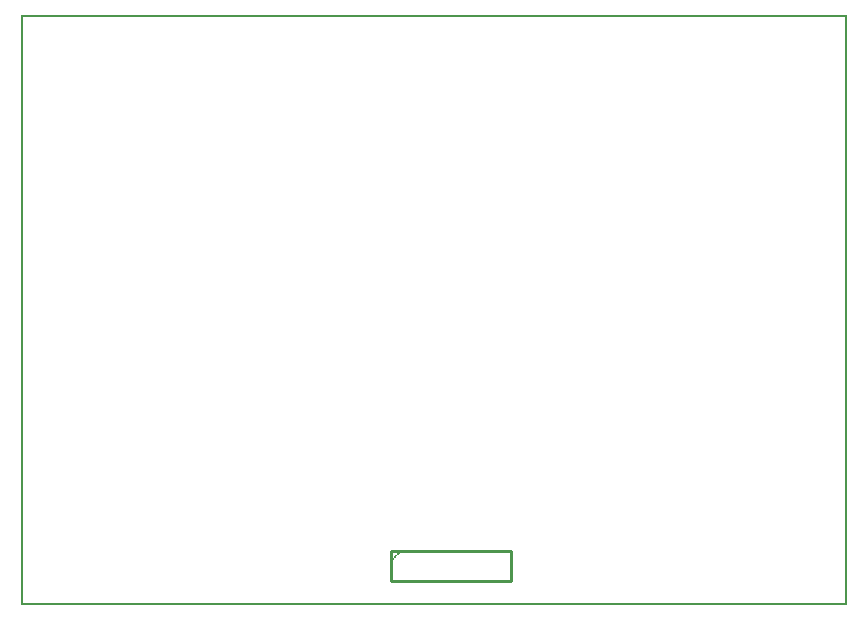
<source format=gbo>
G04 MADE WITH FRITZING*
G04 WWW.FRITZING.ORG*
G04 DOUBLE SIDED*
G04 HOLES PLATED*
G04 CONTOUR ON CENTER OF CONTOUR VECTOR*
%ASAXBY*%
%FSLAX23Y23*%
%MOIN*%
%OFA0B0*%
%SFA1.0B1.0*%
%ADD10C,0.010000*%
%ADD11R,0.001000X0.001000*%
%LNSILK0*%
G90*
G70*
G54D10*
X1235Y182D02*
X1635Y182D01*
D02*
X1635Y182D02*
X1635Y82D01*
D02*
X1635Y82D02*
X1235Y82D01*
D02*
X1235Y82D02*
X1235Y182D01*
G54D11*
X1Y1968D02*
X2755Y1968D01*
X1Y1967D02*
X2755Y1967D01*
X1Y1966D02*
X2755Y1966D01*
X1Y1965D02*
X2755Y1965D01*
X1Y1964D02*
X2755Y1964D01*
X1Y1963D02*
X2755Y1963D01*
X1Y1962D02*
X2755Y1962D01*
X1Y1961D02*
X2755Y1961D01*
X1Y1960D02*
X8Y1960D01*
X2748Y1960D02*
X2755Y1960D01*
X1Y1959D02*
X8Y1959D01*
X2748Y1959D02*
X2755Y1959D01*
X1Y1958D02*
X8Y1958D01*
X2748Y1958D02*
X2755Y1958D01*
X1Y1957D02*
X8Y1957D01*
X2748Y1957D02*
X2755Y1957D01*
X1Y1956D02*
X8Y1956D01*
X2748Y1956D02*
X2755Y1956D01*
X1Y1955D02*
X8Y1955D01*
X2748Y1955D02*
X2755Y1955D01*
X1Y1954D02*
X8Y1954D01*
X2748Y1954D02*
X2755Y1954D01*
X1Y1953D02*
X8Y1953D01*
X2748Y1953D02*
X2755Y1953D01*
X1Y1952D02*
X8Y1952D01*
X2748Y1952D02*
X2755Y1952D01*
X1Y1951D02*
X8Y1951D01*
X2748Y1951D02*
X2755Y1951D01*
X1Y1950D02*
X8Y1950D01*
X2748Y1950D02*
X2755Y1950D01*
X1Y1949D02*
X8Y1949D01*
X2748Y1949D02*
X2755Y1949D01*
X1Y1948D02*
X8Y1948D01*
X2748Y1948D02*
X2755Y1948D01*
X1Y1947D02*
X8Y1947D01*
X2748Y1947D02*
X2755Y1947D01*
X1Y1946D02*
X8Y1946D01*
X2748Y1946D02*
X2755Y1946D01*
X1Y1945D02*
X8Y1945D01*
X2748Y1945D02*
X2755Y1945D01*
X1Y1944D02*
X8Y1944D01*
X2748Y1944D02*
X2755Y1944D01*
X1Y1943D02*
X8Y1943D01*
X2748Y1943D02*
X2755Y1943D01*
X1Y1942D02*
X8Y1942D01*
X2748Y1942D02*
X2755Y1942D01*
X1Y1941D02*
X8Y1941D01*
X2748Y1941D02*
X2755Y1941D01*
X1Y1940D02*
X8Y1940D01*
X2748Y1940D02*
X2755Y1940D01*
X1Y1939D02*
X8Y1939D01*
X2748Y1939D02*
X2755Y1939D01*
X1Y1938D02*
X8Y1938D01*
X2748Y1938D02*
X2755Y1938D01*
X1Y1937D02*
X8Y1937D01*
X2748Y1937D02*
X2755Y1937D01*
X1Y1936D02*
X8Y1936D01*
X2748Y1936D02*
X2755Y1936D01*
X1Y1935D02*
X8Y1935D01*
X2748Y1935D02*
X2755Y1935D01*
X1Y1934D02*
X8Y1934D01*
X2748Y1934D02*
X2755Y1934D01*
X1Y1933D02*
X8Y1933D01*
X2748Y1933D02*
X2755Y1933D01*
X1Y1932D02*
X8Y1932D01*
X2748Y1932D02*
X2755Y1932D01*
X1Y1931D02*
X8Y1931D01*
X2748Y1931D02*
X2755Y1931D01*
X1Y1930D02*
X8Y1930D01*
X2748Y1930D02*
X2755Y1930D01*
X1Y1929D02*
X8Y1929D01*
X2748Y1929D02*
X2755Y1929D01*
X1Y1928D02*
X8Y1928D01*
X2748Y1928D02*
X2755Y1928D01*
X1Y1927D02*
X8Y1927D01*
X2748Y1927D02*
X2755Y1927D01*
X1Y1926D02*
X8Y1926D01*
X2748Y1926D02*
X2755Y1926D01*
X1Y1925D02*
X8Y1925D01*
X2748Y1925D02*
X2755Y1925D01*
X1Y1924D02*
X8Y1924D01*
X2748Y1924D02*
X2755Y1924D01*
X1Y1923D02*
X8Y1923D01*
X2748Y1923D02*
X2755Y1923D01*
X1Y1922D02*
X8Y1922D01*
X2748Y1922D02*
X2755Y1922D01*
X1Y1921D02*
X8Y1921D01*
X2748Y1921D02*
X2755Y1921D01*
X1Y1920D02*
X8Y1920D01*
X2748Y1920D02*
X2755Y1920D01*
X1Y1919D02*
X8Y1919D01*
X2748Y1919D02*
X2755Y1919D01*
X1Y1918D02*
X8Y1918D01*
X2748Y1918D02*
X2755Y1918D01*
X1Y1917D02*
X8Y1917D01*
X2748Y1917D02*
X2755Y1917D01*
X1Y1916D02*
X8Y1916D01*
X2748Y1916D02*
X2755Y1916D01*
X1Y1915D02*
X8Y1915D01*
X2748Y1915D02*
X2755Y1915D01*
X1Y1914D02*
X8Y1914D01*
X2748Y1914D02*
X2755Y1914D01*
X1Y1913D02*
X8Y1913D01*
X2748Y1913D02*
X2755Y1913D01*
X1Y1912D02*
X8Y1912D01*
X2748Y1912D02*
X2755Y1912D01*
X1Y1911D02*
X8Y1911D01*
X2748Y1911D02*
X2755Y1911D01*
X1Y1910D02*
X8Y1910D01*
X2748Y1910D02*
X2755Y1910D01*
X1Y1909D02*
X8Y1909D01*
X2748Y1909D02*
X2755Y1909D01*
X1Y1908D02*
X8Y1908D01*
X2748Y1908D02*
X2755Y1908D01*
X1Y1907D02*
X8Y1907D01*
X2748Y1907D02*
X2755Y1907D01*
X1Y1906D02*
X8Y1906D01*
X2748Y1906D02*
X2755Y1906D01*
X1Y1905D02*
X8Y1905D01*
X2748Y1905D02*
X2755Y1905D01*
X1Y1904D02*
X8Y1904D01*
X2748Y1904D02*
X2755Y1904D01*
X1Y1903D02*
X8Y1903D01*
X2748Y1903D02*
X2755Y1903D01*
X1Y1902D02*
X8Y1902D01*
X2748Y1902D02*
X2755Y1902D01*
X1Y1901D02*
X8Y1901D01*
X2748Y1901D02*
X2755Y1901D01*
X1Y1900D02*
X8Y1900D01*
X2748Y1900D02*
X2755Y1900D01*
X1Y1899D02*
X8Y1899D01*
X2748Y1899D02*
X2755Y1899D01*
X1Y1898D02*
X8Y1898D01*
X2748Y1898D02*
X2755Y1898D01*
X1Y1897D02*
X8Y1897D01*
X2748Y1897D02*
X2755Y1897D01*
X1Y1896D02*
X8Y1896D01*
X2748Y1896D02*
X2755Y1896D01*
X1Y1895D02*
X8Y1895D01*
X2748Y1895D02*
X2755Y1895D01*
X1Y1894D02*
X8Y1894D01*
X2748Y1894D02*
X2755Y1894D01*
X1Y1893D02*
X8Y1893D01*
X2748Y1893D02*
X2755Y1893D01*
X1Y1892D02*
X8Y1892D01*
X2748Y1892D02*
X2755Y1892D01*
X1Y1891D02*
X8Y1891D01*
X2748Y1891D02*
X2755Y1891D01*
X1Y1890D02*
X8Y1890D01*
X2748Y1890D02*
X2755Y1890D01*
X1Y1889D02*
X8Y1889D01*
X2748Y1889D02*
X2755Y1889D01*
X1Y1888D02*
X8Y1888D01*
X2748Y1888D02*
X2755Y1888D01*
X1Y1887D02*
X8Y1887D01*
X2748Y1887D02*
X2755Y1887D01*
X1Y1886D02*
X8Y1886D01*
X2748Y1886D02*
X2755Y1886D01*
X1Y1885D02*
X8Y1885D01*
X2748Y1885D02*
X2755Y1885D01*
X1Y1884D02*
X8Y1884D01*
X2748Y1884D02*
X2755Y1884D01*
X1Y1883D02*
X8Y1883D01*
X2748Y1883D02*
X2755Y1883D01*
X1Y1882D02*
X8Y1882D01*
X2748Y1882D02*
X2755Y1882D01*
X1Y1881D02*
X8Y1881D01*
X2748Y1881D02*
X2755Y1881D01*
X1Y1880D02*
X8Y1880D01*
X2748Y1880D02*
X2755Y1880D01*
X1Y1879D02*
X8Y1879D01*
X2748Y1879D02*
X2755Y1879D01*
X1Y1878D02*
X8Y1878D01*
X2748Y1878D02*
X2755Y1878D01*
X1Y1877D02*
X8Y1877D01*
X2748Y1877D02*
X2755Y1877D01*
X1Y1876D02*
X8Y1876D01*
X2748Y1876D02*
X2755Y1876D01*
X1Y1875D02*
X8Y1875D01*
X2748Y1875D02*
X2755Y1875D01*
X1Y1874D02*
X8Y1874D01*
X2748Y1874D02*
X2755Y1874D01*
X1Y1873D02*
X8Y1873D01*
X2748Y1873D02*
X2755Y1873D01*
X1Y1872D02*
X8Y1872D01*
X2748Y1872D02*
X2755Y1872D01*
X1Y1871D02*
X8Y1871D01*
X2748Y1871D02*
X2755Y1871D01*
X1Y1870D02*
X8Y1870D01*
X2748Y1870D02*
X2755Y1870D01*
X1Y1869D02*
X8Y1869D01*
X2748Y1869D02*
X2755Y1869D01*
X1Y1868D02*
X8Y1868D01*
X2748Y1868D02*
X2755Y1868D01*
X1Y1867D02*
X8Y1867D01*
X2748Y1867D02*
X2755Y1867D01*
X1Y1866D02*
X8Y1866D01*
X2748Y1866D02*
X2755Y1866D01*
X1Y1865D02*
X8Y1865D01*
X2748Y1865D02*
X2755Y1865D01*
X1Y1864D02*
X8Y1864D01*
X2748Y1864D02*
X2755Y1864D01*
X1Y1863D02*
X8Y1863D01*
X2748Y1863D02*
X2755Y1863D01*
X1Y1862D02*
X8Y1862D01*
X2748Y1862D02*
X2755Y1862D01*
X1Y1861D02*
X8Y1861D01*
X2748Y1861D02*
X2755Y1861D01*
X1Y1860D02*
X8Y1860D01*
X2748Y1860D02*
X2755Y1860D01*
X1Y1859D02*
X8Y1859D01*
X2748Y1859D02*
X2755Y1859D01*
X1Y1858D02*
X8Y1858D01*
X2748Y1858D02*
X2755Y1858D01*
X1Y1857D02*
X8Y1857D01*
X2748Y1857D02*
X2755Y1857D01*
X1Y1856D02*
X8Y1856D01*
X2748Y1856D02*
X2755Y1856D01*
X1Y1855D02*
X8Y1855D01*
X2748Y1855D02*
X2755Y1855D01*
X1Y1854D02*
X8Y1854D01*
X2748Y1854D02*
X2755Y1854D01*
X1Y1853D02*
X8Y1853D01*
X2748Y1853D02*
X2755Y1853D01*
X1Y1852D02*
X8Y1852D01*
X2748Y1852D02*
X2755Y1852D01*
X1Y1851D02*
X8Y1851D01*
X2748Y1851D02*
X2755Y1851D01*
X1Y1850D02*
X8Y1850D01*
X2748Y1850D02*
X2755Y1850D01*
X1Y1849D02*
X8Y1849D01*
X2748Y1849D02*
X2755Y1849D01*
X1Y1848D02*
X8Y1848D01*
X2748Y1848D02*
X2755Y1848D01*
X1Y1847D02*
X8Y1847D01*
X2748Y1847D02*
X2755Y1847D01*
X1Y1846D02*
X8Y1846D01*
X2748Y1846D02*
X2755Y1846D01*
X1Y1845D02*
X8Y1845D01*
X2748Y1845D02*
X2755Y1845D01*
X1Y1844D02*
X8Y1844D01*
X2748Y1844D02*
X2755Y1844D01*
X1Y1843D02*
X8Y1843D01*
X2748Y1843D02*
X2755Y1843D01*
X1Y1842D02*
X8Y1842D01*
X2748Y1842D02*
X2755Y1842D01*
X1Y1841D02*
X8Y1841D01*
X2748Y1841D02*
X2755Y1841D01*
X1Y1840D02*
X8Y1840D01*
X2748Y1840D02*
X2755Y1840D01*
X1Y1839D02*
X8Y1839D01*
X2748Y1839D02*
X2755Y1839D01*
X1Y1838D02*
X8Y1838D01*
X2748Y1838D02*
X2755Y1838D01*
X1Y1837D02*
X8Y1837D01*
X2748Y1837D02*
X2755Y1837D01*
X1Y1836D02*
X8Y1836D01*
X2748Y1836D02*
X2755Y1836D01*
X1Y1835D02*
X8Y1835D01*
X2748Y1835D02*
X2755Y1835D01*
X1Y1834D02*
X8Y1834D01*
X2748Y1834D02*
X2755Y1834D01*
X1Y1833D02*
X8Y1833D01*
X2748Y1833D02*
X2755Y1833D01*
X1Y1832D02*
X8Y1832D01*
X2748Y1832D02*
X2755Y1832D01*
X1Y1831D02*
X8Y1831D01*
X2748Y1831D02*
X2755Y1831D01*
X1Y1830D02*
X8Y1830D01*
X2748Y1830D02*
X2755Y1830D01*
X1Y1829D02*
X8Y1829D01*
X2748Y1829D02*
X2755Y1829D01*
X1Y1828D02*
X8Y1828D01*
X2748Y1828D02*
X2755Y1828D01*
X1Y1827D02*
X8Y1827D01*
X2748Y1827D02*
X2755Y1827D01*
X1Y1826D02*
X8Y1826D01*
X2748Y1826D02*
X2755Y1826D01*
X1Y1825D02*
X8Y1825D01*
X2748Y1825D02*
X2755Y1825D01*
X1Y1824D02*
X8Y1824D01*
X2748Y1824D02*
X2755Y1824D01*
X1Y1823D02*
X8Y1823D01*
X2748Y1823D02*
X2755Y1823D01*
X1Y1822D02*
X8Y1822D01*
X2748Y1822D02*
X2755Y1822D01*
X1Y1821D02*
X8Y1821D01*
X2748Y1821D02*
X2755Y1821D01*
X1Y1820D02*
X8Y1820D01*
X2748Y1820D02*
X2755Y1820D01*
X1Y1819D02*
X8Y1819D01*
X2748Y1819D02*
X2755Y1819D01*
X1Y1818D02*
X8Y1818D01*
X2748Y1818D02*
X2755Y1818D01*
X1Y1817D02*
X8Y1817D01*
X2748Y1817D02*
X2755Y1817D01*
X1Y1816D02*
X8Y1816D01*
X2748Y1816D02*
X2755Y1816D01*
X1Y1815D02*
X8Y1815D01*
X2748Y1815D02*
X2755Y1815D01*
X1Y1814D02*
X8Y1814D01*
X2748Y1814D02*
X2755Y1814D01*
X1Y1813D02*
X8Y1813D01*
X2748Y1813D02*
X2755Y1813D01*
X1Y1812D02*
X8Y1812D01*
X2748Y1812D02*
X2755Y1812D01*
X1Y1811D02*
X8Y1811D01*
X2748Y1811D02*
X2755Y1811D01*
X1Y1810D02*
X8Y1810D01*
X2748Y1810D02*
X2755Y1810D01*
X1Y1809D02*
X8Y1809D01*
X2748Y1809D02*
X2755Y1809D01*
X1Y1808D02*
X8Y1808D01*
X2748Y1808D02*
X2755Y1808D01*
X1Y1807D02*
X8Y1807D01*
X2748Y1807D02*
X2755Y1807D01*
X1Y1806D02*
X8Y1806D01*
X2748Y1806D02*
X2755Y1806D01*
X1Y1805D02*
X8Y1805D01*
X2748Y1805D02*
X2755Y1805D01*
X1Y1804D02*
X8Y1804D01*
X2748Y1804D02*
X2755Y1804D01*
X1Y1803D02*
X8Y1803D01*
X2748Y1803D02*
X2755Y1803D01*
X1Y1802D02*
X8Y1802D01*
X2748Y1802D02*
X2755Y1802D01*
X1Y1801D02*
X8Y1801D01*
X2748Y1801D02*
X2755Y1801D01*
X1Y1800D02*
X8Y1800D01*
X2748Y1800D02*
X2755Y1800D01*
X1Y1799D02*
X8Y1799D01*
X2748Y1799D02*
X2755Y1799D01*
X1Y1798D02*
X8Y1798D01*
X2748Y1798D02*
X2755Y1798D01*
X1Y1797D02*
X8Y1797D01*
X2748Y1797D02*
X2755Y1797D01*
X1Y1796D02*
X8Y1796D01*
X2748Y1796D02*
X2755Y1796D01*
X1Y1795D02*
X8Y1795D01*
X2748Y1795D02*
X2755Y1795D01*
X1Y1794D02*
X8Y1794D01*
X2748Y1794D02*
X2755Y1794D01*
X1Y1793D02*
X8Y1793D01*
X2748Y1793D02*
X2755Y1793D01*
X1Y1792D02*
X8Y1792D01*
X2748Y1792D02*
X2755Y1792D01*
X1Y1791D02*
X8Y1791D01*
X2748Y1791D02*
X2755Y1791D01*
X1Y1790D02*
X8Y1790D01*
X2748Y1790D02*
X2755Y1790D01*
X1Y1789D02*
X8Y1789D01*
X2748Y1789D02*
X2755Y1789D01*
X1Y1788D02*
X8Y1788D01*
X2748Y1788D02*
X2755Y1788D01*
X1Y1787D02*
X8Y1787D01*
X2748Y1787D02*
X2755Y1787D01*
X1Y1786D02*
X8Y1786D01*
X2748Y1786D02*
X2755Y1786D01*
X1Y1785D02*
X8Y1785D01*
X2748Y1785D02*
X2755Y1785D01*
X1Y1784D02*
X8Y1784D01*
X2748Y1784D02*
X2755Y1784D01*
X1Y1783D02*
X8Y1783D01*
X2748Y1783D02*
X2755Y1783D01*
X1Y1782D02*
X8Y1782D01*
X2748Y1782D02*
X2755Y1782D01*
X1Y1781D02*
X8Y1781D01*
X2748Y1781D02*
X2755Y1781D01*
X1Y1780D02*
X8Y1780D01*
X2748Y1780D02*
X2755Y1780D01*
X1Y1779D02*
X8Y1779D01*
X2748Y1779D02*
X2755Y1779D01*
X1Y1778D02*
X8Y1778D01*
X2748Y1778D02*
X2755Y1778D01*
X1Y1777D02*
X8Y1777D01*
X2748Y1777D02*
X2755Y1777D01*
X1Y1776D02*
X8Y1776D01*
X2748Y1776D02*
X2755Y1776D01*
X1Y1775D02*
X8Y1775D01*
X2748Y1775D02*
X2755Y1775D01*
X1Y1774D02*
X8Y1774D01*
X2748Y1774D02*
X2755Y1774D01*
X1Y1773D02*
X8Y1773D01*
X2748Y1773D02*
X2755Y1773D01*
X1Y1772D02*
X8Y1772D01*
X2748Y1772D02*
X2755Y1772D01*
X1Y1771D02*
X8Y1771D01*
X2748Y1771D02*
X2755Y1771D01*
X1Y1770D02*
X8Y1770D01*
X2748Y1770D02*
X2755Y1770D01*
X1Y1769D02*
X8Y1769D01*
X2748Y1769D02*
X2755Y1769D01*
X1Y1768D02*
X8Y1768D01*
X2748Y1768D02*
X2755Y1768D01*
X1Y1767D02*
X8Y1767D01*
X2748Y1767D02*
X2755Y1767D01*
X1Y1766D02*
X8Y1766D01*
X2748Y1766D02*
X2755Y1766D01*
X1Y1765D02*
X8Y1765D01*
X2748Y1765D02*
X2755Y1765D01*
X1Y1764D02*
X8Y1764D01*
X2748Y1764D02*
X2755Y1764D01*
X1Y1763D02*
X8Y1763D01*
X2748Y1763D02*
X2755Y1763D01*
X1Y1762D02*
X8Y1762D01*
X2748Y1762D02*
X2755Y1762D01*
X1Y1761D02*
X8Y1761D01*
X2748Y1761D02*
X2755Y1761D01*
X1Y1760D02*
X8Y1760D01*
X2748Y1760D02*
X2755Y1760D01*
X1Y1759D02*
X8Y1759D01*
X2748Y1759D02*
X2755Y1759D01*
X1Y1758D02*
X8Y1758D01*
X2748Y1758D02*
X2755Y1758D01*
X1Y1757D02*
X8Y1757D01*
X2748Y1757D02*
X2755Y1757D01*
X1Y1756D02*
X8Y1756D01*
X2748Y1756D02*
X2755Y1756D01*
X1Y1755D02*
X8Y1755D01*
X2748Y1755D02*
X2755Y1755D01*
X1Y1754D02*
X8Y1754D01*
X2748Y1754D02*
X2755Y1754D01*
X1Y1753D02*
X8Y1753D01*
X2748Y1753D02*
X2755Y1753D01*
X1Y1752D02*
X8Y1752D01*
X2748Y1752D02*
X2755Y1752D01*
X1Y1751D02*
X8Y1751D01*
X2748Y1751D02*
X2755Y1751D01*
X1Y1750D02*
X8Y1750D01*
X2748Y1750D02*
X2755Y1750D01*
X1Y1749D02*
X8Y1749D01*
X2748Y1749D02*
X2755Y1749D01*
X1Y1748D02*
X8Y1748D01*
X2748Y1748D02*
X2755Y1748D01*
X1Y1747D02*
X8Y1747D01*
X2748Y1747D02*
X2755Y1747D01*
X1Y1746D02*
X8Y1746D01*
X2748Y1746D02*
X2755Y1746D01*
X1Y1745D02*
X8Y1745D01*
X2748Y1745D02*
X2755Y1745D01*
X1Y1744D02*
X8Y1744D01*
X2748Y1744D02*
X2755Y1744D01*
X1Y1743D02*
X8Y1743D01*
X2748Y1743D02*
X2755Y1743D01*
X1Y1742D02*
X8Y1742D01*
X2748Y1742D02*
X2755Y1742D01*
X1Y1741D02*
X8Y1741D01*
X2748Y1741D02*
X2755Y1741D01*
X1Y1740D02*
X8Y1740D01*
X2748Y1740D02*
X2755Y1740D01*
X1Y1739D02*
X8Y1739D01*
X2748Y1739D02*
X2755Y1739D01*
X1Y1738D02*
X8Y1738D01*
X2748Y1738D02*
X2755Y1738D01*
X1Y1737D02*
X8Y1737D01*
X2748Y1737D02*
X2755Y1737D01*
X1Y1736D02*
X8Y1736D01*
X2748Y1736D02*
X2755Y1736D01*
X1Y1735D02*
X8Y1735D01*
X2748Y1735D02*
X2755Y1735D01*
X1Y1734D02*
X8Y1734D01*
X2748Y1734D02*
X2755Y1734D01*
X1Y1733D02*
X8Y1733D01*
X2748Y1733D02*
X2755Y1733D01*
X1Y1732D02*
X8Y1732D01*
X2748Y1732D02*
X2755Y1732D01*
X1Y1731D02*
X8Y1731D01*
X2748Y1731D02*
X2755Y1731D01*
X1Y1730D02*
X8Y1730D01*
X2748Y1730D02*
X2755Y1730D01*
X1Y1729D02*
X8Y1729D01*
X2748Y1729D02*
X2755Y1729D01*
X1Y1728D02*
X8Y1728D01*
X2748Y1728D02*
X2755Y1728D01*
X1Y1727D02*
X8Y1727D01*
X2748Y1727D02*
X2755Y1727D01*
X1Y1726D02*
X8Y1726D01*
X2748Y1726D02*
X2755Y1726D01*
X1Y1725D02*
X8Y1725D01*
X2748Y1725D02*
X2755Y1725D01*
X1Y1724D02*
X8Y1724D01*
X2748Y1724D02*
X2755Y1724D01*
X1Y1723D02*
X8Y1723D01*
X2748Y1723D02*
X2755Y1723D01*
X1Y1722D02*
X8Y1722D01*
X2748Y1722D02*
X2755Y1722D01*
X1Y1721D02*
X8Y1721D01*
X2748Y1721D02*
X2755Y1721D01*
X1Y1720D02*
X8Y1720D01*
X2748Y1720D02*
X2755Y1720D01*
X1Y1719D02*
X8Y1719D01*
X2748Y1719D02*
X2755Y1719D01*
X1Y1718D02*
X8Y1718D01*
X2748Y1718D02*
X2755Y1718D01*
X1Y1717D02*
X8Y1717D01*
X2748Y1717D02*
X2755Y1717D01*
X1Y1716D02*
X8Y1716D01*
X2748Y1716D02*
X2755Y1716D01*
X1Y1715D02*
X8Y1715D01*
X2748Y1715D02*
X2755Y1715D01*
X1Y1714D02*
X8Y1714D01*
X2748Y1714D02*
X2755Y1714D01*
X1Y1713D02*
X8Y1713D01*
X2748Y1713D02*
X2755Y1713D01*
X1Y1712D02*
X8Y1712D01*
X2748Y1712D02*
X2755Y1712D01*
X1Y1711D02*
X8Y1711D01*
X2748Y1711D02*
X2755Y1711D01*
X1Y1710D02*
X8Y1710D01*
X2748Y1710D02*
X2755Y1710D01*
X1Y1709D02*
X8Y1709D01*
X2748Y1709D02*
X2755Y1709D01*
X1Y1708D02*
X8Y1708D01*
X2748Y1708D02*
X2755Y1708D01*
X1Y1707D02*
X8Y1707D01*
X2748Y1707D02*
X2755Y1707D01*
X1Y1706D02*
X8Y1706D01*
X2748Y1706D02*
X2755Y1706D01*
X1Y1705D02*
X8Y1705D01*
X2748Y1705D02*
X2755Y1705D01*
X1Y1704D02*
X8Y1704D01*
X2748Y1704D02*
X2755Y1704D01*
X1Y1703D02*
X8Y1703D01*
X2748Y1703D02*
X2755Y1703D01*
X1Y1702D02*
X8Y1702D01*
X2748Y1702D02*
X2755Y1702D01*
X1Y1701D02*
X8Y1701D01*
X2748Y1701D02*
X2755Y1701D01*
X1Y1700D02*
X8Y1700D01*
X2748Y1700D02*
X2755Y1700D01*
X1Y1699D02*
X8Y1699D01*
X2748Y1699D02*
X2755Y1699D01*
X1Y1698D02*
X8Y1698D01*
X2748Y1698D02*
X2755Y1698D01*
X1Y1697D02*
X8Y1697D01*
X2748Y1697D02*
X2755Y1697D01*
X1Y1696D02*
X8Y1696D01*
X2748Y1696D02*
X2755Y1696D01*
X1Y1695D02*
X8Y1695D01*
X2748Y1695D02*
X2755Y1695D01*
X1Y1694D02*
X8Y1694D01*
X2748Y1694D02*
X2755Y1694D01*
X1Y1693D02*
X8Y1693D01*
X2748Y1693D02*
X2755Y1693D01*
X1Y1692D02*
X8Y1692D01*
X2748Y1692D02*
X2755Y1692D01*
X1Y1691D02*
X8Y1691D01*
X2748Y1691D02*
X2755Y1691D01*
X1Y1690D02*
X8Y1690D01*
X2748Y1690D02*
X2755Y1690D01*
X1Y1689D02*
X8Y1689D01*
X2748Y1689D02*
X2755Y1689D01*
X1Y1688D02*
X8Y1688D01*
X2748Y1688D02*
X2755Y1688D01*
X1Y1687D02*
X8Y1687D01*
X2748Y1687D02*
X2755Y1687D01*
X1Y1686D02*
X8Y1686D01*
X2748Y1686D02*
X2755Y1686D01*
X1Y1685D02*
X8Y1685D01*
X2748Y1685D02*
X2755Y1685D01*
X1Y1684D02*
X8Y1684D01*
X2748Y1684D02*
X2755Y1684D01*
X1Y1683D02*
X8Y1683D01*
X2748Y1683D02*
X2755Y1683D01*
X1Y1682D02*
X8Y1682D01*
X2748Y1682D02*
X2755Y1682D01*
X1Y1681D02*
X8Y1681D01*
X2748Y1681D02*
X2755Y1681D01*
X1Y1680D02*
X8Y1680D01*
X2748Y1680D02*
X2755Y1680D01*
X1Y1679D02*
X8Y1679D01*
X2748Y1679D02*
X2755Y1679D01*
X1Y1678D02*
X8Y1678D01*
X2748Y1678D02*
X2755Y1678D01*
X1Y1677D02*
X8Y1677D01*
X2748Y1677D02*
X2755Y1677D01*
X1Y1676D02*
X8Y1676D01*
X2748Y1676D02*
X2755Y1676D01*
X1Y1675D02*
X8Y1675D01*
X2748Y1675D02*
X2755Y1675D01*
X1Y1674D02*
X8Y1674D01*
X2748Y1674D02*
X2755Y1674D01*
X1Y1673D02*
X8Y1673D01*
X2748Y1673D02*
X2755Y1673D01*
X1Y1672D02*
X8Y1672D01*
X2748Y1672D02*
X2755Y1672D01*
X1Y1671D02*
X8Y1671D01*
X2748Y1671D02*
X2755Y1671D01*
X1Y1670D02*
X8Y1670D01*
X2748Y1670D02*
X2755Y1670D01*
X1Y1669D02*
X8Y1669D01*
X2748Y1669D02*
X2755Y1669D01*
X1Y1668D02*
X8Y1668D01*
X2748Y1668D02*
X2755Y1668D01*
X1Y1667D02*
X8Y1667D01*
X2748Y1667D02*
X2755Y1667D01*
X1Y1666D02*
X8Y1666D01*
X2748Y1666D02*
X2755Y1666D01*
X1Y1665D02*
X8Y1665D01*
X2748Y1665D02*
X2755Y1665D01*
X1Y1664D02*
X8Y1664D01*
X2748Y1664D02*
X2755Y1664D01*
X1Y1663D02*
X8Y1663D01*
X2748Y1663D02*
X2755Y1663D01*
X1Y1662D02*
X8Y1662D01*
X2748Y1662D02*
X2755Y1662D01*
X1Y1661D02*
X8Y1661D01*
X2748Y1661D02*
X2755Y1661D01*
X1Y1660D02*
X8Y1660D01*
X2748Y1660D02*
X2755Y1660D01*
X1Y1659D02*
X8Y1659D01*
X2748Y1659D02*
X2755Y1659D01*
X1Y1658D02*
X8Y1658D01*
X2748Y1658D02*
X2755Y1658D01*
X1Y1657D02*
X8Y1657D01*
X2748Y1657D02*
X2755Y1657D01*
X1Y1656D02*
X8Y1656D01*
X2748Y1656D02*
X2755Y1656D01*
X1Y1655D02*
X8Y1655D01*
X2748Y1655D02*
X2755Y1655D01*
X1Y1654D02*
X8Y1654D01*
X2748Y1654D02*
X2755Y1654D01*
X1Y1653D02*
X8Y1653D01*
X2748Y1653D02*
X2755Y1653D01*
X1Y1652D02*
X8Y1652D01*
X2748Y1652D02*
X2755Y1652D01*
X1Y1651D02*
X8Y1651D01*
X2748Y1651D02*
X2755Y1651D01*
X1Y1650D02*
X8Y1650D01*
X2748Y1650D02*
X2755Y1650D01*
X1Y1649D02*
X8Y1649D01*
X2748Y1649D02*
X2755Y1649D01*
X1Y1648D02*
X8Y1648D01*
X2748Y1648D02*
X2755Y1648D01*
X1Y1647D02*
X8Y1647D01*
X2748Y1647D02*
X2755Y1647D01*
X1Y1646D02*
X8Y1646D01*
X2748Y1646D02*
X2755Y1646D01*
X1Y1645D02*
X8Y1645D01*
X2748Y1645D02*
X2755Y1645D01*
X1Y1644D02*
X8Y1644D01*
X2748Y1644D02*
X2755Y1644D01*
X1Y1643D02*
X8Y1643D01*
X2748Y1643D02*
X2755Y1643D01*
X1Y1642D02*
X8Y1642D01*
X2748Y1642D02*
X2755Y1642D01*
X1Y1641D02*
X8Y1641D01*
X2748Y1641D02*
X2755Y1641D01*
X1Y1640D02*
X8Y1640D01*
X2748Y1640D02*
X2755Y1640D01*
X1Y1639D02*
X8Y1639D01*
X2748Y1639D02*
X2755Y1639D01*
X1Y1638D02*
X8Y1638D01*
X2748Y1638D02*
X2755Y1638D01*
X1Y1637D02*
X8Y1637D01*
X2748Y1637D02*
X2755Y1637D01*
X1Y1636D02*
X8Y1636D01*
X2748Y1636D02*
X2755Y1636D01*
X1Y1635D02*
X8Y1635D01*
X2748Y1635D02*
X2755Y1635D01*
X1Y1634D02*
X8Y1634D01*
X2748Y1634D02*
X2755Y1634D01*
X1Y1633D02*
X8Y1633D01*
X2748Y1633D02*
X2755Y1633D01*
X1Y1632D02*
X8Y1632D01*
X2748Y1632D02*
X2755Y1632D01*
X1Y1631D02*
X8Y1631D01*
X2748Y1631D02*
X2755Y1631D01*
X1Y1630D02*
X8Y1630D01*
X2748Y1630D02*
X2755Y1630D01*
X1Y1629D02*
X8Y1629D01*
X2748Y1629D02*
X2755Y1629D01*
X1Y1628D02*
X8Y1628D01*
X2748Y1628D02*
X2755Y1628D01*
X1Y1627D02*
X8Y1627D01*
X2748Y1627D02*
X2755Y1627D01*
X1Y1626D02*
X8Y1626D01*
X2748Y1626D02*
X2755Y1626D01*
X1Y1625D02*
X8Y1625D01*
X2748Y1625D02*
X2755Y1625D01*
X1Y1624D02*
X8Y1624D01*
X2748Y1624D02*
X2755Y1624D01*
X1Y1623D02*
X8Y1623D01*
X2748Y1623D02*
X2755Y1623D01*
X1Y1622D02*
X8Y1622D01*
X2748Y1622D02*
X2755Y1622D01*
X1Y1621D02*
X8Y1621D01*
X2748Y1621D02*
X2755Y1621D01*
X1Y1620D02*
X8Y1620D01*
X2748Y1620D02*
X2755Y1620D01*
X1Y1619D02*
X8Y1619D01*
X2748Y1619D02*
X2755Y1619D01*
X1Y1618D02*
X8Y1618D01*
X2748Y1618D02*
X2755Y1618D01*
X1Y1617D02*
X8Y1617D01*
X2748Y1617D02*
X2755Y1617D01*
X1Y1616D02*
X8Y1616D01*
X2748Y1616D02*
X2755Y1616D01*
X1Y1615D02*
X8Y1615D01*
X2748Y1615D02*
X2755Y1615D01*
X1Y1614D02*
X8Y1614D01*
X2748Y1614D02*
X2755Y1614D01*
X1Y1613D02*
X8Y1613D01*
X2748Y1613D02*
X2755Y1613D01*
X1Y1612D02*
X8Y1612D01*
X2748Y1612D02*
X2755Y1612D01*
X1Y1611D02*
X8Y1611D01*
X2748Y1611D02*
X2755Y1611D01*
X1Y1610D02*
X8Y1610D01*
X2748Y1610D02*
X2755Y1610D01*
X1Y1609D02*
X8Y1609D01*
X2748Y1609D02*
X2755Y1609D01*
X1Y1608D02*
X8Y1608D01*
X2748Y1608D02*
X2755Y1608D01*
X1Y1607D02*
X8Y1607D01*
X2748Y1607D02*
X2755Y1607D01*
X1Y1606D02*
X8Y1606D01*
X2748Y1606D02*
X2755Y1606D01*
X1Y1605D02*
X8Y1605D01*
X2748Y1605D02*
X2755Y1605D01*
X1Y1604D02*
X8Y1604D01*
X2748Y1604D02*
X2755Y1604D01*
X1Y1603D02*
X8Y1603D01*
X2748Y1603D02*
X2755Y1603D01*
X1Y1602D02*
X8Y1602D01*
X2748Y1602D02*
X2755Y1602D01*
X1Y1601D02*
X8Y1601D01*
X2748Y1601D02*
X2755Y1601D01*
X1Y1600D02*
X8Y1600D01*
X2748Y1600D02*
X2755Y1600D01*
X1Y1599D02*
X8Y1599D01*
X2748Y1599D02*
X2755Y1599D01*
X1Y1598D02*
X8Y1598D01*
X2748Y1598D02*
X2755Y1598D01*
X1Y1597D02*
X8Y1597D01*
X2748Y1597D02*
X2755Y1597D01*
X1Y1596D02*
X8Y1596D01*
X2748Y1596D02*
X2755Y1596D01*
X1Y1595D02*
X8Y1595D01*
X2748Y1595D02*
X2755Y1595D01*
X1Y1594D02*
X8Y1594D01*
X2748Y1594D02*
X2755Y1594D01*
X1Y1593D02*
X8Y1593D01*
X2748Y1593D02*
X2755Y1593D01*
X1Y1592D02*
X8Y1592D01*
X2748Y1592D02*
X2755Y1592D01*
X1Y1591D02*
X8Y1591D01*
X2748Y1591D02*
X2755Y1591D01*
X1Y1590D02*
X8Y1590D01*
X2748Y1590D02*
X2755Y1590D01*
X1Y1589D02*
X8Y1589D01*
X2748Y1589D02*
X2755Y1589D01*
X1Y1588D02*
X8Y1588D01*
X2748Y1588D02*
X2755Y1588D01*
X1Y1587D02*
X8Y1587D01*
X2748Y1587D02*
X2755Y1587D01*
X1Y1586D02*
X8Y1586D01*
X2748Y1586D02*
X2755Y1586D01*
X1Y1585D02*
X8Y1585D01*
X2748Y1585D02*
X2755Y1585D01*
X1Y1584D02*
X8Y1584D01*
X2748Y1584D02*
X2755Y1584D01*
X1Y1583D02*
X8Y1583D01*
X2748Y1583D02*
X2755Y1583D01*
X1Y1582D02*
X8Y1582D01*
X2748Y1582D02*
X2755Y1582D01*
X1Y1581D02*
X8Y1581D01*
X2748Y1581D02*
X2755Y1581D01*
X1Y1580D02*
X8Y1580D01*
X2748Y1580D02*
X2755Y1580D01*
X1Y1579D02*
X8Y1579D01*
X2748Y1579D02*
X2755Y1579D01*
X1Y1578D02*
X8Y1578D01*
X2748Y1578D02*
X2755Y1578D01*
X1Y1577D02*
X8Y1577D01*
X2748Y1577D02*
X2755Y1577D01*
X1Y1576D02*
X8Y1576D01*
X2748Y1576D02*
X2755Y1576D01*
X1Y1575D02*
X8Y1575D01*
X2748Y1575D02*
X2755Y1575D01*
X1Y1574D02*
X8Y1574D01*
X2748Y1574D02*
X2755Y1574D01*
X1Y1573D02*
X8Y1573D01*
X2748Y1573D02*
X2755Y1573D01*
X1Y1572D02*
X8Y1572D01*
X2748Y1572D02*
X2755Y1572D01*
X1Y1571D02*
X8Y1571D01*
X2748Y1571D02*
X2755Y1571D01*
X1Y1570D02*
X8Y1570D01*
X2748Y1570D02*
X2755Y1570D01*
X1Y1569D02*
X8Y1569D01*
X2748Y1569D02*
X2755Y1569D01*
X1Y1568D02*
X8Y1568D01*
X2748Y1568D02*
X2755Y1568D01*
X1Y1567D02*
X8Y1567D01*
X2748Y1567D02*
X2755Y1567D01*
X1Y1566D02*
X8Y1566D01*
X2748Y1566D02*
X2755Y1566D01*
X1Y1565D02*
X8Y1565D01*
X2748Y1565D02*
X2755Y1565D01*
X1Y1564D02*
X8Y1564D01*
X2748Y1564D02*
X2755Y1564D01*
X1Y1563D02*
X8Y1563D01*
X2748Y1563D02*
X2755Y1563D01*
X1Y1562D02*
X8Y1562D01*
X2748Y1562D02*
X2755Y1562D01*
X1Y1561D02*
X8Y1561D01*
X2748Y1561D02*
X2755Y1561D01*
X1Y1560D02*
X8Y1560D01*
X2748Y1560D02*
X2755Y1560D01*
X1Y1559D02*
X8Y1559D01*
X2748Y1559D02*
X2755Y1559D01*
X1Y1558D02*
X8Y1558D01*
X2748Y1558D02*
X2755Y1558D01*
X1Y1557D02*
X8Y1557D01*
X2748Y1557D02*
X2755Y1557D01*
X1Y1556D02*
X8Y1556D01*
X2748Y1556D02*
X2755Y1556D01*
X1Y1555D02*
X8Y1555D01*
X2748Y1555D02*
X2755Y1555D01*
X1Y1554D02*
X8Y1554D01*
X2748Y1554D02*
X2755Y1554D01*
X1Y1553D02*
X8Y1553D01*
X2748Y1553D02*
X2755Y1553D01*
X1Y1552D02*
X8Y1552D01*
X2748Y1552D02*
X2755Y1552D01*
X1Y1551D02*
X8Y1551D01*
X2748Y1551D02*
X2755Y1551D01*
X1Y1550D02*
X8Y1550D01*
X2748Y1550D02*
X2755Y1550D01*
X1Y1549D02*
X8Y1549D01*
X2748Y1549D02*
X2755Y1549D01*
X1Y1548D02*
X8Y1548D01*
X2748Y1548D02*
X2755Y1548D01*
X1Y1547D02*
X8Y1547D01*
X2748Y1547D02*
X2755Y1547D01*
X1Y1546D02*
X8Y1546D01*
X2748Y1546D02*
X2755Y1546D01*
X1Y1545D02*
X8Y1545D01*
X2748Y1545D02*
X2755Y1545D01*
X1Y1544D02*
X8Y1544D01*
X2748Y1544D02*
X2755Y1544D01*
X1Y1543D02*
X8Y1543D01*
X2748Y1543D02*
X2755Y1543D01*
X1Y1542D02*
X8Y1542D01*
X2748Y1542D02*
X2755Y1542D01*
X1Y1541D02*
X8Y1541D01*
X2748Y1541D02*
X2755Y1541D01*
X1Y1540D02*
X8Y1540D01*
X2748Y1540D02*
X2755Y1540D01*
X1Y1539D02*
X8Y1539D01*
X2748Y1539D02*
X2755Y1539D01*
X1Y1538D02*
X8Y1538D01*
X2748Y1538D02*
X2755Y1538D01*
X1Y1537D02*
X8Y1537D01*
X2748Y1537D02*
X2755Y1537D01*
X1Y1536D02*
X8Y1536D01*
X2748Y1536D02*
X2755Y1536D01*
X1Y1535D02*
X8Y1535D01*
X2748Y1535D02*
X2755Y1535D01*
X1Y1534D02*
X8Y1534D01*
X2748Y1534D02*
X2755Y1534D01*
X1Y1533D02*
X8Y1533D01*
X2748Y1533D02*
X2755Y1533D01*
X1Y1532D02*
X8Y1532D01*
X2748Y1532D02*
X2755Y1532D01*
X1Y1531D02*
X8Y1531D01*
X2748Y1531D02*
X2755Y1531D01*
X1Y1530D02*
X8Y1530D01*
X2748Y1530D02*
X2755Y1530D01*
X1Y1529D02*
X8Y1529D01*
X2748Y1529D02*
X2755Y1529D01*
X1Y1528D02*
X8Y1528D01*
X2748Y1528D02*
X2755Y1528D01*
X1Y1527D02*
X8Y1527D01*
X2748Y1527D02*
X2755Y1527D01*
X1Y1526D02*
X8Y1526D01*
X2748Y1526D02*
X2755Y1526D01*
X1Y1525D02*
X8Y1525D01*
X2748Y1525D02*
X2755Y1525D01*
X1Y1524D02*
X8Y1524D01*
X2748Y1524D02*
X2755Y1524D01*
X1Y1523D02*
X8Y1523D01*
X2748Y1523D02*
X2755Y1523D01*
X1Y1522D02*
X8Y1522D01*
X2748Y1522D02*
X2755Y1522D01*
X1Y1521D02*
X8Y1521D01*
X2748Y1521D02*
X2755Y1521D01*
X1Y1520D02*
X8Y1520D01*
X2748Y1520D02*
X2755Y1520D01*
X1Y1519D02*
X8Y1519D01*
X2748Y1519D02*
X2755Y1519D01*
X1Y1518D02*
X8Y1518D01*
X2748Y1518D02*
X2755Y1518D01*
X1Y1517D02*
X8Y1517D01*
X2748Y1517D02*
X2755Y1517D01*
X1Y1516D02*
X8Y1516D01*
X2748Y1516D02*
X2755Y1516D01*
X1Y1515D02*
X8Y1515D01*
X2748Y1515D02*
X2755Y1515D01*
X1Y1514D02*
X8Y1514D01*
X2748Y1514D02*
X2755Y1514D01*
X1Y1513D02*
X8Y1513D01*
X2748Y1513D02*
X2755Y1513D01*
X1Y1512D02*
X8Y1512D01*
X2748Y1512D02*
X2755Y1512D01*
X1Y1511D02*
X8Y1511D01*
X2748Y1511D02*
X2755Y1511D01*
X1Y1510D02*
X8Y1510D01*
X2748Y1510D02*
X2755Y1510D01*
X1Y1509D02*
X8Y1509D01*
X2748Y1509D02*
X2755Y1509D01*
X1Y1508D02*
X8Y1508D01*
X2748Y1508D02*
X2755Y1508D01*
X1Y1507D02*
X8Y1507D01*
X2748Y1507D02*
X2755Y1507D01*
X1Y1506D02*
X8Y1506D01*
X2748Y1506D02*
X2755Y1506D01*
X1Y1505D02*
X8Y1505D01*
X2748Y1505D02*
X2755Y1505D01*
X1Y1504D02*
X8Y1504D01*
X2748Y1504D02*
X2755Y1504D01*
X1Y1503D02*
X8Y1503D01*
X2748Y1503D02*
X2755Y1503D01*
X1Y1502D02*
X8Y1502D01*
X2748Y1502D02*
X2755Y1502D01*
X1Y1501D02*
X8Y1501D01*
X2748Y1501D02*
X2755Y1501D01*
X1Y1500D02*
X8Y1500D01*
X2748Y1500D02*
X2755Y1500D01*
X1Y1499D02*
X8Y1499D01*
X2748Y1499D02*
X2755Y1499D01*
X1Y1498D02*
X8Y1498D01*
X2748Y1498D02*
X2755Y1498D01*
X1Y1497D02*
X8Y1497D01*
X2748Y1497D02*
X2755Y1497D01*
X1Y1496D02*
X8Y1496D01*
X2748Y1496D02*
X2755Y1496D01*
X1Y1495D02*
X8Y1495D01*
X2748Y1495D02*
X2755Y1495D01*
X1Y1494D02*
X8Y1494D01*
X2748Y1494D02*
X2755Y1494D01*
X1Y1493D02*
X8Y1493D01*
X2748Y1493D02*
X2755Y1493D01*
X1Y1492D02*
X8Y1492D01*
X2748Y1492D02*
X2755Y1492D01*
X1Y1491D02*
X8Y1491D01*
X2748Y1491D02*
X2755Y1491D01*
X1Y1490D02*
X8Y1490D01*
X2748Y1490D02*
X2755Y1490D01*
X1Y1489D02*
X8Y1489D01*
X2748Y1489D02*
X2755Y1489D01*
X1Y1488D02*
X8Y1488D01*
X2748Y1488D02*
X2755Y1488D01*
X1Y1487D02*
X8Y1487D01*
X2748Y1487D02*
X2755Y1487D01*
X1Y1486D02*
X8Y1486D01*
X2748Y1486D02*
X2755Y1486D01*
X1Y1485D02*
X8Y1485D01*
X2748Y1485D02*
X2755Y1485D01*
X1Y1484D02*
X8Y1484D01*
X2748Y1484D02*
X2755Y1484D01*
X1Y1483D02*
X8Y1483D01*
X2748Y1483D02*
X2755Y1483D01*
X1Y1482D02*
X8Y1482D01*
X2748Y1482D02*
X2755Y1482D01*
X1Y1481D02*
X8Y1481D01*
X2748Y1481D02*
X2755Y1481D01*
X1Y1480D02*
X8Y1480D01*
X2748Y1480D02*
X2755Y1480D01*
X1Y1479D02*
X8Y1479D01*
X2748Y1479D02*
X2755Y1479D01*
X1Y1478D02*
X8Y1478D01*
X2748Y1478D02*
X2755Y1478D01*
X1Y1477D02*
X8Y1477D01*
X2748Y1477D02*
X2755Y1477D01*
X1Y1476D02*
X8Y1476D01*
X2748Y1476D02*
X2755Y1476D01*
X1Y1475D02*
X8Y1475D01*
X2748Y1475D02*
X2755Y1475D01*
X1Y1474D02*
X8Y1474D01*
X2748Y1474D02*
X2755Y1474D01*
X1Y1473D02*
X8Y1473D01*
X2748Y1473D02*
X2755Y1473D01*
X1Y1472D02*
X8Y1472D01*
X2748Y1472D02*
X2755Y1472D01*
X1Y1471D02*
X8Y1471D01*
X2748Y1471D02*
X2755Y1471D01*
X1Y1470D02*
X8Y1470D01*
X2748Y1470D02*
X2755Y1470D01*
X1Y1469D02*
X8Y1469D01*
X2748Y1469D02*
X2755Y1469D01*
X1Y1468D02*
X8Y1468D01*
X2748Y1468D02*
X2755Y1468D01*
X1Y1467D02*
X8Y1467D01*
X2748Y1467D02*
X2755Y1467D01*
X1Y1466D02*
X8Y1466D01*
X2748Y1466D02*
X2755Y1466D01*
X1Y1465D02*
X8Y1465D01*
X2748Y1465D02*
X2755Y1465D01*
X1Y1464D02*
X8Y1464D01*
X2748Y1464D02*
X2755Y1464D01*
X1Y1463D02*
X8Y1463D01*
X2748Y1463D02*
X2755Y1463D01*
X1Y1462D02*
X8Y1462D01*
X2748Y1462D02*
X2755Y1462D01*
X1Y1461D02*
X8Y1461D01*
X2748Y1461D02*
X2755Y1461D01*
X1Y1460D02*
X8Y1460D01*
X2748Y1460D02*
X2755Y1460D01*
X1Y1459D02*
X8Y1459D01*
X2748Y1459D02*
X2755Y1459D01*
X1Y1458D02*
X8Y1458D01*
X2748Y1458D02*
X2755Y1458D01*
X1Y1457D02*
X8Y1457D01*
X2748Y1457D02*
X2755Y1457D01*
X1Y1456D02*
X8Y1456D01*
X2748Y1456D02*
X2755Y1456D01*
X1Y1455D02*
X8Y1455D01*
X2748Y1455D02*
X2755Y1455D01*
X1Y1454D02*
X8Y1454D01*
X2748Y1454D02*
X2755Y1454D01*
X1Y1453D02*
X8Y1453D01*
X2748Y1453D02*
X2755Y1453D01*
X1Y1452D02*
X8Y1452D01*
X2748Y1452D02*
X2755Y1452D01*
X1Y1451D02*
X8Y1451D01*
X2748Y1451D02*
X2755Y1451D01*
X1Y1450D02*
X8Y1450D01*
X2748Y1450D02*
X2755Y1450D01*
X1Y1449D02*
X8Y1449D01*
X2748Y1449D02*
X2755Y1449D01*
X1Y1448D02*
X8Y1448D01*
X2748Y1448D02*
X2755Y1448D01*
X1Y1447D02*
X8Y1447D01*
X2748Y1447D02*
X2755Y1447D01*
X1Y1446D02*
X8Y1446D01*
X2748Y1446D02*
X2755Y1446D01*
X1Y1445D02*
X8Y1445D01*
X2748Y1445D02*
X2755Y1445D01*
X1Y1444D02*
X8Y1444D01*
X2748Y1444D02*
X2755Y1444D01*
X1Y1443D02*
X8Y1443D01*
X2748Y1443D02*
X2755Y1443D01*
X1Y1442D02*
X8Y1442D01*
X2748Y1442D02*
X2755Y1442D01*
X1Y1441D02*
X8Y1441D01*
X2748Y1441D02*
X2755Y1441D01*
X1Y1440D02*
X8Y1440D01*
X2748Y1440D02*
X2755Y1440D01*
X1Y1439D02*
X8Y1439D01*
X2748Y1439D02*
X2755Y1439D01*
X1Y1438D02*
X8Y1438D01*
X2748Y1438D02*
X2755Y1438D01*
X1Y1437D02*
X8Y1437D01*
X2748Y1437D02*
X2755Y1437D01*
X1Y1436D02*
X8Y1436D01*
X2748Y1436D02*
X2755Y1436D01*
X1Y1435D02*
X8Y1435D01*
X2748Y1435D02*
X2755Y1435D01*
X1Y1434D02*
X8Y1434D01*
X2748Y1434D02*
X2755Y1434D01*
X1Y1433D02*
X8Y1433D01*
X2748Y1433D02*
X2755Y1433D01*
X1Y1432D02*
X8Y1432D01*
X2748Y1432D02*
X2755Y1432D01*
X1Y1431D02*
X8Y1431D01*
X2748Y1431D02*
X2755Y1431D01*
X1Y1430D02*
X8Y1430D01*
X2748Y1430D02*
X2755Y1430D01*
X1Y1429D02*
X8Y1429D01*
X2748Y1429D02*
X2755Y1429D01*
X1Y1428D02*
X8Y1428D01*
X2748Y1428D02*
X2755Y1428D01*
X1Y1427D02*
X8Y1427D01*
X2748Y1427D02*
X2755Y1427D01*
X1Y1426D02*
X8Y1426D01*
X2748Y1426D02*
X2755Y1426D01*
X1Y1425D02*
X8Y1425D01*
X2748Y1425D02*
X2755Y1425D01*
X1Y1424D02*
X8Y1424D01*
X2748Y1424D02*
X2755Y1424D01*
X1Y1423D02*
X8Y1423D01*
X2748Y1423D02*
X2755Y1423D01*
X1Y1422D02*
X8Y1422D01*
X2748Y1422D02*
X2755Y1422D01*
X1Y1421D02*
X8Y1421D01*
X2748Y1421D02*
X2755Y1421D01*
X1Y1420D02*
X8Y1420D01*
X2748Y1420D02*
X2755Y1420D01*
X1Y1419D02*
X8Y1419D01*
X2748Y1419D02*
X2755Y1419D01*
X1Y1418D02*
X8Y1418D01*
X2748Y1418D02*
X2755Y1418D01*
X1Y1417D02*
X8Y1417D01*
X2748Y1417D02*
X2755Y1417D01*
X1Y1416D02*
X8Y1416D01*
X2748Y1416D02*
X2755Y1416D01*
X1Y1415D02*
X8Y1415D01*
X2748Y1415D02*
X2755Y1415D01*
X1Y1414D02*
X8Y1414D01*
X2748Y1414D02*
X2755Y1414D01*
X1Y1413D02*
X8Y1413D01*
X2748Y1413D02*
X2755Y1413D01*
X1Y1412D02*
X8Y1412D01*
X2748Y1412D02*
X2755Y1412D01*
X1Y1411D02*
X8Y1411D01*
X2748Y1411D02*
X2755Y1411D01*
X1Y1410D02*
X8Y1410D01*
X2748Y1410D02*
X2755Y1410D01*
X1Y1409D02*
X8Y1409D01*
X2748Y1409D02*
X2755Y1409D01*
X1Y1408D02*
X8Y1408D01*
X2748Y1408D02*
X2755Y1408D01*
X1Y1407D02*
X8Y1407D01*
X2748Y1407D02*
X2755Y1407D01*
X1Y1406D02*
X8Y1406D01*
X2748Y1406D02*
X2755Y1406D01*
X1Y1405D02*
X8Y1405D01*
X2748Y1405D02*
X2755Y1405D01*
X1Y1404D02*
X8Y1404D01*
X2748Y1404D02*
X2755Y1404D01*
X1Y1403D02*
X8Y1403D01*
X2748Y1403D02*
X2755Y1403D01*
X1Y1402D02*
X8Y1402D01*
X2748Y1402D02*
X2755Y1402D01*
X1Y1401D02*
X8Y1401D01*
X2748Y1401D02*
X2755Y1401D01*
X1Y1400D02*
X8Y1400D01*
X2748Y1400D02*
X2755Y1400D01*
X1Y1399D02*
X8Y1399D01*
X2748Y1399D02*
X2755Y1399D01*
X1Y1398D02*
X8Y1398D01*
X2748Y1398D02*
X2755Y1398D01*
X1Y1397D02*
X8Y1397D01*
X2748Y1397D02*
X2755Y1397D01*
X1Y1396D02*
X8Y1396D01*
X2748Y1396D02*
X2755Y1396D01*
X1Y1395D02*
X8Y1395D01*
X2748Y1395D02*
X2755Y1395D01*
X1Y1394D02*
X8Y1394D01*
X2748Y1394D02*
X2755Y1394D01*
X1Y1393D02*
X8Y1393D01*
X2748Y1393D02*
X2755Y1393D01*
X1Y1392D02*
X8Y1392D01*
X2748Y1392D02*
X2755Y1392D01*
X1Y1391D02*
X8Y1391D01*
X2748Y1391D02*
X2755Y1391D01*
X1Y1390D02*
X8Y1390D01*
X2748Y1390D02*
X2755Y1390D01*
X1Y1389D02*
X8Y1389D01*
X2748Y1389D02*
X2755Y1389D01*
X1Y1388D02*
X8Y1388D01*
X2748Y1388D02*
X2755Y1388D01*
X1Y1387D02*
X8Y1387D01*
X2748Y1387D02*
X2755Y1387D01*
X1Y1386D02*
X8Y1386D01*
X2748Y1386D02*
X2755Y1386D01*
X1Y1385D02*
X8Y1385D01*
X2748Y1385D02*
X2755Y1385D01*
X1Y1384D02*
X8Y1384D01*
X2748Y1384D02*
X2755Y1384D01*
X1Y1383D02*
X8Y1383D01*
X2748Y1383D02*
X2755Y1383D01*
X1Y1382D02*
X8Y1382D01*
X2748Y1382D02*
X2755Y1382D01*
X1Y1381D02*
X8Y1381D01*
X2748Y1381D02*
X2755Y1381D01*
X1Y1380D02*
X8Y1380D01*
X2748Y1380D02*
X2755Y1380D01*
X1Y1379D02*
X8Y1379D01*
X2748Y1379D02*
X2755Y1379D01*
X1Y1378D02*
X8Y1378D01*
X2748Y1378D02*
X2755Y1378D01*
X1Y1377D02*
X8Y1377D01*
X2748Y1377D02*
X2755Y1377D01*
X1Y1376D02*
X8Y1376D01*
X2748Y1376D02*
X2755Y1376D01*
X1Y1375D02*
X8Y1375D01*
X2748Y1375D02*
X2755Y1375D01*
X1Y1374D02*
X8Y1374D01*
X2748Y1374D02*
X2755Y1374D01*
X1Y1373D02*
X8Y1373D01*
X2748Y1373D02*
X2755Y1373D01*
X1Y1372D02*
X8Y1372D01*
X2748Y1372D02*
X2755Y1372D01*
X1Y1371D02*
X8Y1371D01*
X2748Y1371D02*
X2755Y1371D01*
X1Y1370D02*
X8Y1370D01*
X2748Y1370D02*
X2755Y1370D01*
X1Y1369D02*
X8Y1369D01*
X2748Y1369D02*
X2755Y1369D01*
X1Y1368D02*
X8Y1368D01*
X2748Y1368D02*
X2755Y1368D01*
X1Y1367D02*
X8Y1367D01*
X2748Y1367D02*
X2755Y1367D01*
X1Y1366D02*
X8Y1366D01*
X2748Y1366D02*
X2755Y1366D01*
X1Y1365D02*
X8Y1365D01*
X2748Y1365D02*
X2755Y1365D01*
X1Y1364D02*
X8Y1364D01*
X2748Y1364D02*
X2755Y1364D01*
X1Y1363D02*
X8Y1363D01*
X2748Y1363D02*
X2755Y1363D01*
X1Y1362D02*
X8Y1362D01*
X2748Y1362D02*
X2755Y1362D01*
X1Y1361D02*
X8Y1361D01*
X2748Y1361D02*
X2755Y1361D01*
X1Y1360D02*
X8Y1360D01*
X2748Y1360D02*
X2755Y1360D01*
X1Y1359D02*
X8Y1359D01*
X2748Y1359D02*
X2755Y1359D01*
X1Y1358D02*
X8Y1358D01*
X2748Y1358D02*
X2755Y1358D01*
X1Y1357D02*
X8Y1357D01*
X2748Y1357D02*
X2755Y1357D01*
X1Y1356D02*
X8Y1356D01*
X2748Y1356D02*
X2755Y1356D01*
X1Y1355D02*
X8Y1355D01*
X2748Y1355D02*
X2755Y1355D01*
X1Y1354D02*
X8Y1354D01*
X2748Y1354D02*
X2755Y1354D01*
X1Y1353D02*
X8Y1353D01*
X2748Y1353D02*
X2755Y1353D01*
X1Y1352D02*
X8Y1352D01*
X2748Y1352D02*
X2755Y1352D01*
X1Y1351D02*
X8Y1351D01*
X2748Y1351D02*
X2755Y1351D01*
X1Y1350D02*
X8Y1350D01*
X2748Y1350D02*
X2755Y1350D01*
X1Y1349D02*
X8Y1349D01*
X2748Y1349D02*
X2755Y1349D01*
X1Y1348D02*
X8Y1348D01*
X2748Y1348D02*
X2755Y1348D01*
X1Y1347D02*
X8Y1347D01*
X2748Y1347D02*
X2755Y1347D01*
X1Y1346D02*
X8Y1346D01*
X2748Y1346D02*
X2755Y1346D01*
X1Y1345D02*
X8Y1345D01*
X2748Y1345D02*
X2755Y1345D01*
X1Y1344D02*
X8Y1344D01*
X2748Y1344D02*
X2755Y1344D01*
X1Y1343D02*
X8Y1343D01*
X2748Y1343D02*
X2755Y1343D01*
X1Y1342D02*
X8Y1342D01*
X2748Y1342D02*
X2755Y1342D01*
X1Y1341D02*
X8Y1341D01*
X2748Y1341D02*
X2755Y1341D01*
X1Y1340D02*
X8Y1340D01*
X2748Y1340D02*
X2755Y1340D01*
X1Y1339D02*
X8Y1339D01*
X2748Y1339D02*
X2755Y1339D01*
X1Y1338D02*
X8Y1338D01*
X2748Y1338D02*
X2755Y1338D01*
X1Y1337D02*
X8Y1337D01*
X2748Y1337D02*
X2755Y1337D01*
X1Y1336D02*
X8Y1336D01*
X2748Y1336D02*
X2755Y1336D01*
X1Y1335D02*
X8Y1335D01*
X2748Y1335D02*
X2755Y1335D01*
X1Y1334D02*
X8Y1334D01*
X2748Y1334D02*
X2755Y1334D01*
X1Y1333D02*
X8Y1333D01*
X2748Y1333D02*
X2755Y1333D01*
X1Y1332D02*
X8Y1332D01*
X2748Y1332D02*
X2755Y1332D01*
X1Y1331D02*
X8Y1331D01*
X2748Y1331D02*
X2755Y1331D01*
X1Y1330D02*
X8Y1330D01*
X2748Y1330D02*
X2755Y1330D01*
X1Y1329D02*
X8Y1329D01*
X2748Y1329D02*
X2755Y1329D01*
X1Y1328D02*
X8Y1328D01*
X2748Y1328D02*
X2755Y1328D01*
X1Y1327D02*
X8Y1327D01*
X2748Y1327D02*
X2755Y1327D01*
X1Y1326D02*
X8Y1326D01*
X2748Y1326D02*
X2755Y1326D01*
X1Y1325D02*
X8Y1325D01*
X2748Y1325D02*
X2755Y1325D01*
X1Y1324D02*
X8Y1324D01*
X2748Y1324D02*
X2755Y1324D01*
X1Y1323D02*
X8Y1323D01*
X2748Y1323D02*
X2755Y1323D01*
X1Y1322D02*
X8Y1322D01*
X2748Y1322D02*
X2755Y1322D01*
X1Y1321D02*
X8Y1321D01*
X2748Y1321D02*
X2755Y1321D01*
X1Y1320D02*
X8Y1320D01*
X2748Y1320D02*
X2755Y1320D01*
X1Y1319D02*
X8Y1319D01*
X2748Y1319D02*
X2755Y1319D01*
X1Y1318D02*
X8Y1318D01*
X2748Y1318D02*
X2755Y1318D01*
X1Y1317D02*
X8Y1317D01*
X2748Y1317D02*
X2755Y1317D01*
X1Y1316D02*
X8Y1316D01*
X2748Y1316D02*
X2755Y1316D01*
X1Y1315D02*
X8Y1315D01*
X2748Y1315D02*
X2755Y1315D01*
X1Y1314D02*
X8Y1314D01*
X2748Y1314D02*
X2755Y1314D01*
X1Y1313D02*
X8Y1313D01*
X2748Y1313D02*
X2755Y1313D01*
X1Y1312D02*
X8Y1312D01*
X2748Y1312D02*
X2755Y1312D01*
X1Y1311D02*
X8Y1311D01*
X2748Y1311D02*
X2755Y1311D01*
X1Y1310D02*
X8Y1310D01*
X2748Y1310D02*
X2755Y1310D01*
X1Y1309D02*
X8Y1309D01*
X2748Y1309D02*
X2755Y1309D01*
X1Y1308D02*
X8Y1308D01*
X2748Y1308D02*
X2755Y1308D01*
X1Y1307D02*
X8Y1307D01*
X2748Y1307D02*
X2755Y1307D01*
X1Y1306D02*
X8Y1306D01*
X2748Y1306D02*
X2755Y1306D01*
X1Y1305D02*
X8Y1305D01*
X2748Y1305D02*
X2755Y1305D01*
X1Y1304D02*
X8Y1304D01*
X2748Y1304D02*
X2755Y1304D01*
X1Y1303D02*
X8Y1303D01*
X2748Y1303D02*
X2755Y1303D01*
X1Y1302D02*
X8Y1302D01*
X2748Y1302D02*
X2755Y1302D01*
X1Y1301D02*
X8Y1301D01*
X2748Y1301D02*
X2755Y1301D01*
X1Y1300D02*
X8Y1300D01*
X2748Y1300D02*
X2755Y1300D01*
X1Y1299D02*
X8Y1299D01*
X2748Y1299D02*
X2755Y1299D01*
X1Y1298D02*
X8Y1298D01*
X2748Y1298D02*
X2755Y1298D01*
X1Y1297D02*
X8Y1297D01*
X2748Y1297D02*
X2755Y1297D01*
X1Y1296D02*
X8Y1296D01*
X2748Y1296D02*
X2755Y1296D01*
X1Y1295D02*
X8Y1295D01*
X2748Y1295D02*
X2755Y1295D01*
X1Y1294D02*
X8Y1294D01*
X2748Y1294D02*
X2755Y1294D01*
X1Y1293D02*
X8Y1293D01*
X2748Y1293D02*
X2755Y1293D01*
X1Y1292D02*
X8Y1292D01*
X2748Y1292D02*
X2755Y1292D01*
X1Y1291D02*
X8Y1291D01*
X2748Y1291D02*
X2755Y1291D01*
X1Y1290D02*
X8Y1290D01*
X2748Y1290D02*
X2755Y1290D01*
X1Y1289D02*
X8Y1289D01*
X2748Y1289D02*
X2755Y1289D01*
X1Y1288D02*
X8Y1288D01*
X2748Y1288D02*
X2755Y1288D01*
X1Y1287D02*
X8Y1287D01*
X2748Y1287D02*
X2755Y1287D01*
X1Y1286D02*
X8Y1286D01*
X2748Y1286D02*
X2755Y1286D01*
X1Y1285D02*
X8Y1285D01*
X2748Y1285D02*
X2755Y1285D01*
X1Y1284D02*
X8Y1284D01*
X2748Y1284D02*
X2755Y1284D01*
X1Y1283D02*
X8Y1283D01*
X2748Y1283D02*
X2755Y1283D01*
X1Y1282D02*
X8Y1282D01*
X2748Y1282D02*
X2755Y1282D01*
X1Y1281D02*
X8Y1281D01*
X2748Y1281D02*
X2755Y1281D01*
X1Y1280D02*
X8Y1280D01*
X2748Y1280D02*
X2755Y1280D01*
X1Y1279D02*
X8Y1279D01*
X2748Y1279D02*
X2755Y1279D01*
X1Y1278D02*
X8Y1278D01*
X2748Y1278D02*
X2755Y1278D01*
X1Y1277D02*
X8Y1277D01*
X2748Y1277D02*
X2755Y1277D01*
X1Y1276D02*
X8Y1276D01*
X2748Y1276D02*
X2755Y1276D01*
X1Y1275D02*
X8Y1275D01*
X2748Y1275D02*
X2755Y1275D01*
X1Y1274D02*
X8Y1274D01*
X2748Y1274D02*
X2755Y1274D01*
X1Y1273D02*
X8Y1273D01*
X2748Y1273D02*
X2755Y1273D01*
X1Y1272D02*
X8Y1272D01*
X2748Y1272D02*
X2755Y1272D01*
X1Y1271D02*
X8Y1271D01*
X2748Y1271D02*
X2755Y1271D01*
X1Y1270D02*
X8Y1270D01*
X2748Y1270D02*
X2755Y1270D01*
X1Y1269D02*
X8Y1269D01*
X2748Y1269D02*
X2755Y1269D01*
X1Y1268D02*
X8Y1268D01*
X2748Y1268D02*
X2755Y1268D01*
X1Y1267D02*
X8Y1267D01*
X2748Y1267D02*
X2755Y1267D01*
X1Y1266D02*
X8Y1266D01*
X2748Y1266D02*
X2755Y1266D01*
X1Y1265D02*
X8Y1265D01*
X2748Y1265D02*
X2755Y1265D01*
X1Y1264D02*
X8Y1264D01*
X2748Y1264D02*
X2755Y1264D01*
X1Y1263D02*
X8Y1263D01*
X2748Y1263D02*
X2755Y1263D01*
X1Y1262D02*
X8Y1262D01*
X2748Y1262D02*
X2755Y1262D01*
X1Y1261D02*
X8Y1261D01*
X2748Y1261D02*
X2755Y1261D01*
X1Y1260D02*
X8Y1260D01*
X2748Y1260D02*
X2755Y1260D01*
X1Y1259D02*
X8Y1259D01*
X2748Y1259D02*
X2755Y1259D01*
X1Y1258D02*
X8Y1258D01*
X2748Y1258D02*
X2755Y1258D01*
X1Y1257D02*
X8Y1257D01*
X2748Y1257D02*
X2755Y1257D01*
X1Y1256D02*
X8Y1256D01*
X2748Y1256D02*
X2755Y1256D01*
X1Y1255D02*
X8Y1255D01*
X2748Y1255D02*
X2755Y1255D01*
X1Y1254D02*
X8Y1254D01*
X2748Y1254D02*
X2755Y1254D01*
X1Y1253D02*
X8Y1253D01*
X2748Y1253D02*
X2755Y1253D01*
X1Y1252D02*
X8Y1252D01*
X2748Y1252D02*
X2755Y1252D01*
X1Y1251D02*
X8Y1251D01*
X2748Y1251D02*
X2755Y1251D01*
X1Y1250D02*
X8Y1250D01*
X2748Y1250D02*
X2755Y1250D01*
X1Y1249D02*
X8Y1249D01*
X2748Y1249D02*
X2755Y1249D01*
X1Y1248D02*
X8Y1248D01*
X2748Y1248D02*
X2755Y1248D01*
X1Y1247D02*
X8Y1247D01*
X2748Y1247D02*
X2755Y1247D01*
X1Y1246D02*
X8Y1246D01*
X2748Y1246D02*
X2755Y1246D01*
X1Y1245D02*
X8Y1245D01*
X2748Y1245D02*
X2755Y1245D01*
X1Y1244D02*
X8Y1244D01*
X2748Y1244D02*
X2755Y1244D01*
X1Y1243D02*
X8Y1243D01*
X2748Y1243D02*
X2755Y1243D01*
X1Y1242D02*
X8Y1242D01*
X2748Y1242D02*
X2755Y1242D01*
X1Y1241D02*
X8Y1241D01*
X2748Y1241D02*
X2755Y1241D01*
X1Y1240D02*
X8Y1240D01*
X2748Y1240D02*
X2755Y1240D01*
X1Y1239D02*
X8Y1239D01*
X2748Y1239D02*
X2755Y1239D01*
X1Y1238D02*
X8Y1238D01*
X2748Y1238D02*
X2755Y1238D01*
X1Y1237D02*
X8Y1237D01*
X2748Y1237D02*
X2755Y1237D01*
X1Y1236D02*
X8Y1236D01*
X2748Y1236D02*
X2755Y1236D01*
X1Y1235D02*
X8Y1235D01*
X2748Y1235D02*
X2755Y1235D01*
X1Y1234D02*
X8Y1234D01*
X2748Y1234D02*
X2755Y1234D01*
X1Y1233D02*
X8Y1233D01*
X2748Y1233D02*
X2755Y1233D01*
X1Y1232D02*
X8Y1232D01*
X2748Y1232D02*
X2755Y1232D01*
X1Y1231D02*
X8Y1231D01*
X2748Y1231D02*
X2755Y1231D01*
X1Y1230D02*
X8Y1230D01*
X2748Y1230D02*
X2755Y1230D01*
X1Y1229D02*
X8Y1229D01*
X2748Y1229D02*
X2755Y1229D01*
X1Y1228D02*
X8Y1228D01*
X2748Y1228D02*
X2755Y1228D01*
X1Y1227D02*
X8Y1227D01*
X2748Y1227D02*
X2755Y1227D01*
X1Y1226D02*
X8Y1226D01*
X2748Y1226D02*
X2755Y1226D01*
X1Y1225D02*
X8Y1225D01*
X2748Y1225D02*
X2755Y1225D01*
X1Y1224D02*
X8Y1224D01*
X2748Y1224D02*
X2755Y1224D01*
X1Y1223D02*
X8Y1223D01*
X2748Y1223D02*
X2755Y1223D01*
X1Y1222D02*
X8Y1222D01*
X2748Y1222D02*
X2755Y1222D01*
X1Y1221D02*
X8Y1221D01*
X2748Y1221D02*
X2755Y1221D01*
X1Y1220D02*
X8Y1220D01*
X2748Y1220D02*
X2755Y1220D01*
X1Y1219D02*
X8Y1219D01*
X2748Y1219D02*
X2755Y1219D01*
X1Y1218D02*
X8Y1218D01*
X2748Y1218D02*
X2755Y1218D01*
X1Y1217D02*
X8Y1217D01*
X2748Y1217D02*
X2755Y1217D01*
X1Y1216D02*
X8Y1216D01*
X2748Y1216D02*
X2755Y1216D01*
X1Y1215D02*
X8Y1215D01*
X2748Y1215D02*
X2755Y1215D01*
X1Y1214D02*
X8Y1214D01*
X2748Y1214D02*
X2755Y1214D01*
X1Y1213D02*
X8Y1213D01*
X2748Y1213D02*
X2755Y1213D01*
X1Y1212D02*
X8Y1212D01*
X2748Y1212D02*
X2755Y1212D01*
X1Y1211D02*
X8Y1211D01*
X2748Y1211D02*
X2755Y1211D01*
X1Y1210D02*
X8Y1210D01*
X2748Y1210D02*
X2755Y1210D01*
X1Y1209D02*
X8Y1209D01*
X2748Y1209D02*
X2755Y1209D01*
X1Y1208D02*
X8Y1208D01*
X2748Y1208D02*
X2755Y1208D01*
X1Y1207D02*
X8Y1207D01*
X2748Y1207D02*
X2755Y1207D01*
X1Y1206D02*
X8Y1206D01*
X2748Y1206D02*
X2755Y1206D01*
X1Y1205D02*
X8Y1205D01*
X2748Y1205D02*
X2755Y1205D01*
X1Y1204D02*
X8Y1204D01*
X2748Y1204D02*
X2755Y1204D01*
X1Y1203D02*
X8Y1203D01*
X2748Y1203D02*
X2755Y1203D01*
X1Y1202D02*
X8Y1202D01*
X2748Y1202D02*
X2755Y1202D01*
X1Y1201D02*
X8Y1201D01*
X2748Y1201D02*
X2755Y1201D01*
X1Y1200D02*
X8Y1200D01*
X2748Y1200D02*
X2755Y1200D01*
X1Y1199D02*
X8Y1199D01*
X2748Y1199D02*
X2755Y1199D01*
X1Y1198D02*
X8Y1198D01*
X2748Y1198D02*
X2755Y1198D01*
X1Y1197D02*
X8Y1197D01*
X2748Y1197D02*
X2755Y1197D01*
X1Y1196D02*
X8Y1196D01*
X2748Y1196D02*
X2755Y1196D01*
X1Y1195D02*
X8Y1195D01*
X2748Y1195D02*
X2755Y1195D01*
X1Y1194D02*
X8Y1194D01*
X2748Y1194D02*
X2755Y1194D01*
X1Y1193D02*
X8Y1193D01*
X2748Y1193D02*
X2755Y1193D01*
X1Y1192D02*
X8Y1192D01*
X2748Y1192D02*
X2755Y1192D01*
X1Y1191D02*
X8Y1191D01*
X2748Y1191D02*
X2755Y1191D01*
X1Y1190D02*
X8Y1190D01*
X2748Y1190D02*
X2755Y1190D01*
X1Y1189D02*
X8Y1189D01*
X2748Y1189D02*
X2755Y1189D01*
X1Y1188D02*
X8Y1188D01*
X2748Y1188D02*
X2755Y1188D01*
X1Y1187D02*
X8Y1187D01*
X2748Y1187D02*
X2755Y1187D01*
X1Y1186D02*
X8Y1186D01*
X2748Y1186D02*
X2755Y1186D01*
X1Y1185D02*
X8Y1185D01*
X2748Y1185D02*
X2755Y1185D01*
X1Y1184D02*
X8Y1184D01*
X2748Y1184D02*
X2755Y1184D01*
X1Y1183D02*
X8Y1183D01*
X2748Y1183D02*
X2755Y1183D01*
X1Y1182D02*
X8Y1182D01*
X2748Y1182D02*
X2755Y1182D01*
X1Y1181D02*
X8Y1181D01*
X2748Y1181D02*
X2755Y1181D01*
X1Y1180D02*
X8Y1180D01*
X2748Y1180D02*
X2755Y1180D01*
X1Y1179D02*
X8Y1179D01*
X2748Y1179D02*
X2755Y1179D01*
X1Y1178D02*
X8Y1178D01*
X2748Y1178D02*
X2755Y1178D01*
X1Y1177D02*
X8Y1177D01*
X2748Y1177D02*
X2755Y1177D01*
X1Y1176D02*
X8Y1176D01*
X2748Y1176D02*
X2755Y1176D01*
X1Y1175D02*
X8Y1175D01*
X2748Y1175D02*
X2755Y1175D01*
X1Y1174D02*
X8Y1174D01*
X2748Y1174D02*
X2755Y1174D01*
X1Y1173D02*
X8Y1173D01*
X2748Y1173D02*
X2755Y1173D01*
X1Y1172D02*
X8Y1172D01*
X2748Y1172D02*
X2755Y1172D01*
X1Y1171D02*
X8Y1171D01*
X2748Y1171D02*
X2755Y1171D01*
X1Y1170D02*
X8Y1170D01*
X2748Y1170D02*
X2755Y1170D01*
X1Y1169D02*
X8Y1169D01*
X2748Y1169D02*
X2755Y1169D01*
X1Y1168D02*
X8Y1168D01*
X2748Y1168D02*
X2755Y1168D01*
X1Y1167D02*
X8Y1167D01*
X2748Y1167D02*
X2755Y1167D01*
X1Y1166D02*
X8Y1166D01*
X2748Y1166D02*
X2755Y1166D01*
X1Y1165D02*
X8Y1165D01*
X2748Y1165D02*
X2755Y1165D01*
X1Y1164D02*
X8Y1164D01*
X2748Y1164D02*
X2755Y1164D01*
X1Y1163D02*
X8Y1163D01*
X2748Y1163D02*
X2755Y1163D01*
X1Y1162D02*
X8Y1162D01*
X2748Y1162D02*
X2755Y1162D01*
X1Y1161D02*
X8Y1161D01*
X2748Y1161D02*
X2755Y1161D01*
X1Y1160D02*
X8Y1160D01*
X2748Y1160D02*
X2755Y1160D01*
X1Y1159D02*
X8Y1159D01*
X2748Y1159D02*
X2755Y1159D01*
X1Y1158D02*
X8Y1158D01*
X2748Y1158D02*
X2755Y1158D01*
X1Y1157D02*
X8Y1157D01*
X2748Y1157D02*
X2755Y1157D01*
X1Y1156D02*
X8Y1156D01*
X2748Y1156D02*
X2755Y1156D01*
X1Y1155D02*
X8Y1155D01*
X2748Y1155D02*
X2755Y1155D01*
X1Y1154D02*
X8Y1154D01*
X2748Y1154D02*
X2755Y1154D01*
X1Y1153D02*
X8Y1153D01*
X2748Y1153D02*
X2755Y1153D01*
X1Y1152D02*
X8Y1152D01*
X2748Y1152D02*
X2755Y1152D01*
X1Y1151D02*
X8Y1151D01*
X2748Y1151D02*
X2755Y1151D01*
X1Y1150D02*
X8Y1150D01*
X2748Y1150D02*
X2755Y1150D01*
X1Y1149D02*
X8Y1149D01*
X2748Y1149D02*
X2755Y1149D01*
X1Y1148D02*
X8Y1148D01*
X2748Y1148D02*
X2755Y1148D01*
X1Y1147D02*
X8Y1147D01*
X2748Y1147D02*
X2755Y1147D01*
X1Y1146D02*
X8Y1146D01*
X2748Y1146D02*
X2755Y1146D01*
X1Y1145D02*
X8Y1145D01*
X2748Y1145D02*
X2755Y1145D01*
X1Y1144D02*
X8Y1144D01*
X2748Y1144D02*
X2755Y1144D01*
X1Y1143D02*
X8Y1143D01*
X2748Y1143D02*
X2755Y1143D01*
X1Y1142D02*
X8Y1142D01*
X2748Y1142D02*
X2755Y1142D01*
X1Y1141D02*
X8Y1141D01*
X2748Y1141D02*
X2755Y1141D01*
X1Y1140D02*
X8Y1140D01*
X2748Y1140D02*
X2755Y1140D01*
X1Y1139D02*
X8Y1139D01*
X2748Y1139D02*
X2755Y1139D01*
X1Y1138D02*
X8Y1138D01*
X2748Y1138D02*
X2755Y1138D01*
X1Y1137D02*
X8Y1137D01*
X2748Y1137D02*
X2755Y1137D01*
X1Y1136D02*
X8Y1136D01*
X2748Y1136D02*
X2755Y1136D01*
X1Y1135D02*
X8Y1135D01*
X2748Y1135D02*
X2755Y1135D01*
X1Y1134D02*
X8Y1134D01*
X2748Y1134D02*
X2755Y1134D01*
X1Y1133D02*
X8Y1133D01*
X2748Y1133D02*
X2755Y1133D01*
X1Y1132D02*
X8Y1132D01*
X2748Y1132D02*
X2755Y1132D01*
X1Y1131D02*
X8Y1131D01*
X2748Y1131D02*
X2755Y1131D01*
X1Y1130D02*
X8Y1130D01*
X2748Y1130D02*
X2755Y1130D01*
X1Y1129D02*
X8Y1129D01*
X2748Y1129D02*
X2755Y1129D01*
X1Y1128D02*
X8Y1128D01*
X2748Y1128D02*
X2755Y1128D01*
X1Y1127D02*
X8Y1127D01*
X2748Y1127D02*
X2755Y1127D01*
X1Y1126D02*
X8Y1126D01*
X2748Y1126D02*
X2755Y1126D01*
X1Y1125D02*
X8Y1125D01*
X2748Y1125D02*
X2755Y1125D01*
X1Y1124D02*
X8Y1124D01*
X2748Y1124D02*
X2755Y1124D01*
X1Y1123D02*
X8Y1123D01*
X2748Y1123D02*
X2755Y1123D01*
X1Y1122D02*
X8Y1122D01*
X2748Y1122D02*
X2755Y1122D01*
X1Y1121D02*
X8Y1121D01*
X2748Y1121D02*
X2755Y1121D01*
X1Y1120D02*
X8Y1120D01*
X2748Y1120D02*
X2755Y1120D01*
X1Y1119D02*
X8Y1119D01*
X2748Y1119D02*
X2755Y1119D01*
X1Y1118D02*
X8Y1118D01*
X2748Y1118D02*
X2755Y1118D01*
X1Y1117D02*
X8Y1117D01*
X2748Y1117D02*
X2755Y1117D01*
X1Y1116D02*
X8Y1116D01*
X2748Y1116D02*
X2755Y1116D01*
X1Y1115D02*
X8Y1115D01*
X2748Y1115D02*
X2755Y1115D01*
X1Y1114D02*
X8Y1114D01*
X2748Y1114D02*
X2755Y1114D01*
X1Y1113D02*
X8Y1113D01*
X2748Y1113D02*
X2755Y1113D01*
X1Y1112D02*
X8Y1112D01*
X2748Y1112D02*
X2755Y1112D01*
X1Y1111D02*
X8Y1111D01*
X2748Y1111D02*
X2755Y1111D01*
X1Y1110D02*
X8Y1110D01*
X2748Y1110D02*
X2755Y1110D01*
X1Y1109D02*
X8Y1109D01*
X2748Y1109D02*
X2755Y1109D01*
X1Y1108D02*
X8Y1108D01*
X2748Y1108D02*
X2755Y1108D01*
X1Y1107D02*
X8Y1107D01*
X2748Y1107D02*
X2755Y1107D01*
X1Y1106D02*
X8Y1106D01*
X2748Y1106D02*
X2755Y1106D01*
X1Y1105D02*
X8Y1105D01*
X2748Y1105D02*
X2755Y1105D01*
X1Y1104D02*
X8Y1104D01*
X2748Y1104D02*
X2755Y1104D01*
X1Y1103D02*
X8Y1103D01*
X2748Y1103D02*
X2755Y1103D01*
X1Y1102D02*
X8Y1102D01*
X2748Y1102D02*
X2755Y1102D01*
X1Y1101D02*
X8Y1101D01*
X2748Y1101D02*
X2755Y1101D01*
X1Y1100D02*
X8Y1100D01*
X2748Y1100D02*
X2755Y1100D01*
X1Y1099D02*
X8Y1099D01*
X2748Y1099D02*
X2755Y1099D01*
X1Y1098D02*
X8Y1098D01*
X2748Y1098D02*
X2755Y1098D01*
X1Y1097D02*
X8Y1097D01*
X2748Y1097D02*
X2755Y1097D01*
X1Y1096D02*
X8Y1096D01*
X2748Y1096D02*
X2755Y1096D01*
X1Y1095D02*
X8Y1095D01*
X2748Y1095D02*
X2755Y1095D01*
X1Y1094D02*
X8Y1094D01*
X2748Y1094D02*
X2755Y1094D01*
X1Y1093D02*
X8Y1093D01*
X2748Y1093D02*
X2755Y1093D01*
X1Y1092D02*
X8Y1092D01*
X2748Y1092D02*
X2755Y1092D01*
X1Y1091D02*
X8Y1091D01*
X2748Y1091D02*
X2755Y1091D01*
X1Y1090D02*
X8Y1090D01*
X2748Y1090D02*
X2755Y1090D01*
X1Y1089D02*
X8Y1089D01*
X2748Y1089D02*
X2755Y1089D01*
X1Y1088D02*
X8Y1088D01*
X2748Y1088D02*
X2755Y1088D01*
X1Y1087D02*
X8Y1087D01*
X2748Y1087D02*
X2755Y1087D01*
X1Y1086D02*
X8Y1086D01*
X2748Y1086D02*
X2755Y1086D01*
X1Y1085D02*
X8Y1085D01*
X2748Y1085D02*
X2755Y1085D01*
X1Y1084D02*
X8Y1084D01*
X2748Y1084D02*
X2755Y1084D01*
X1Y1083D02*
X8Y1083D01*
X2748Y1083D02*
X2755Y1083D01*
X1Y1082D02*
X8Y1082D01*
X2748Y1082D02*
X2755Y1082D01*
X1Y1081D02*
X8Y1081D01*
X2748Y1081D02*
X2755Y1081D01*
X1Y1080D02*
X8Y1080D01*
X2748Y1080D02*
X2755Y1080D01*
X1Y1079D02*
X8Y1079D01*
X2748Y1079D02*
X2755Y1079D01*
X1Y1078D02*
X8Y1078D01*
X2748Y1078D02*
X2755Y1078D01*
X1Y1077D02*
X8Y1077D01*
X2748Y1077D02*
X2755Y1077D01*
X1Y1076D02*
X8Y1076D01*
X2748Y1076D02*
X2755Y1076D01*
X1Y1075D02*
X8Y1075D01*
X2748Y1075D02*
X2755Y1075D01*
X1Y1074D02*
X8Y1074D01*
X2748Y1074D02*
X2755Y1074D01*
X1Y1073D02*
X8Y1073D01*
X2748Y1073D02*
X2755Y1073D01*
X1Y1072D02*
X8Y1072D01*
X2748Y1072D02*
X2755Y1072D01*
X1Y1071D02*
X8Y1071D01*
X2748Y1071D02*
X2755Y1071D01*
X1Y1070D02*
X8Y1070D01*
X2748Y1070D02*
X2755Y1070D01*
X1Y1069D02*
X8Y1069D01*
X2748Y1069D02*
X2755Y1069D01*
X1Y1068D02*
X8Y1068D01*
X2748Y1068D02*
X2755Y1068D01*
X1Y1067D02*
X8Y1067D01*
X2748Y1067D02*
X2755Y1067D01*
X1Y1066D02*
X8Y1066D01*
X2748Y1066D02*
X2755Y1066D01*
X1Y1065D02*
X8Y1065D01*
X2748Y1065D02*
X2755Y1065D01*
X1Y1064D02*
X8Y1064D01*
X2748Y1064D02*
X2755Y1064D01*
X1Y1063D02*
X8Y1063D01*
X2748Y1063D02*
X2755Y1063D01*
X1Y1062D02*
X8Y1062D01*
X2748Y1062D02*
X2755Y1062D01*
X1Y1061D02*
X8Y1061D01*
X2748Y1061D02*
X2755Y1061D01*
X1Y1060D02*
X8Y1060D01*
X2748Y1060D02*
X2755Y1060D01*
X1Y1059D02*
X8Y1059D01*
X2748Y1059D02*
X2755Y1059D01*
X1Y1058D02*
X8Y1058D01*
X2748Y1058D02*
X2755Y1058D01*
X1Y1057D02*
X8Y1057D01*
X2748Y1057D02*
X2755Y1057D01*
X1Y1056D02*
X8Y1056D01*
X2748Y1056D02*
X2755Y1056D01*
X1Y1055D02*
X8Y1055D01*
X2748Y1055D02*
X2755Y1055D01*
X1Y1054D02*
X8Y1054D01*
X2748Y1054D02*
X2755Y1054D01*
X1Y1053D02*
X8Y1053D01*
X2748Y1053D02*
X2755Y1053D01*
X1Y1052D02*
X8Y1052D01*
X2748Y1052D02*
X2755Y1052D01*
X1Y1051D02*
X8Y1051D01*
X2748Y1051D02*
X2755Y1051D01*
X1Y1050D02*
X8Y1050D01*
X2748Y1050D02*
X2755Y1050D01*
X1Y1049D02*
X8Y1049D01*
X2748Y1049D02*
X2755Y1049D01*
X1Y1048D02*
X8Y1048D01*
X2748Y1048D02*
X2755Y1048D01*
X1Y1047D02*
X8Y1047D01*
X2748Y1047D02*
X2755Y1047D01*
X1Y1046D02*
X8Y1046D01*
X2748Y1046D02*
X2755Y1046D01*
X1Y1045D02*
X8Y1045D01*
X2748Y1045D02*
X2755Y1045D01*
X1Y1044D02*
X8Y1044D01*
X2748Y1044D02*
X2755Y1044D01*
X1Y1043D02*
X8Y1043D01*
X2748Y1043D02*
X2755Y1043D01*
X1Y1042D02*
X8Y1042D01*
X2748Y1042D02*
X2755Y1042D01*
X1Y1041D02*
X8Y1041D01*
X2748Y1041D02*
X2755Y1041D01*
X1Y1040D02*
X8Y1040D01*
X2748Y1040D02*
X2755Y1040D01*
X1Y1039D02*
X8Y1039D01*
X2748Y1039D02*
X2755Y1039D01*
X1Y1038D02*
X8Y1038D01*
X2748Y1038D02*
X2755Y1038D01*
X1Y1037D02*
X8Y1037D01*
X2748Y1037D02*
X2755Y1037D01*
X1Y1036D02*
X8Y1036D01*
X2748Y1036D02*
X2755Y1036D01*
X1Y1035D02*
X8Y1035D01*
X2748Y1035D02*
X2755Y1035D01*
X1Y1034D02*
X8Y1034D01*
X2748Y1034D02*
X2755Y1034D01*
X1Y1033D02*
X8Y1033D01*
X2748Y1033D02*
X2755Y1033D01*
X1Y1032D02*
X8Y1032D01*
X2748Y1032D02*
X2755Y1032D01*
X1Y1031D02*
X8Y1031D01*
X2748Y1031D02*
X2755Y1031D01*
X1Y1030D02*
X8Y1030D01*
X2748Y1030D02*
X2755Y1030D01*
X1Y1029D02*
X8Y1029D01*
X2748Y1029D02*
X2755Y1029D01*
X1Y1028D02*
X8Y1028D01*
X2748Y1028D02*
X2755Y1028D01*
X1Y1027D02*
X8Y1027D01*
X2748Y1027D02*
X2755Y1027D01*
X1Y1026D02*
X8Y1026D01*
X2748Y1026D02*
X2755Y1026D01*
X1Y1025D02*
X8Y1025D01*
X2748Y1025D02*
X2755Y1025D01*
X1Y1024D02*
X8Y1024D01*
X2748Y1024D02*
X2755Y1024D01*
X1Y1023D02*
X8Y1023D01*
X2748Y1023D02*
X2755Y1023D01*
X1Y1022D02*
X8Y1022D01*
X2748Y1022D02*
X2755Y1022D01*
X1Y1021D02*
X8Y1021D01*
X2748Y1021D02*
X2755Y1021D01*
X1Y1020D02*
X8Y1020D01*
X2748Y1020D02*
X2755Y1020D01*
X1Y1019D02*
X8Y1019D01*
X2748Y1019D02*
X2755Y1019D01*
X1Y1018D02*
X8Y1018D01*
X2748Y1018D02*
X2755Y1018D01*
X1Y1017D02*
X8Y1017D01*
X2748Y1017D02*
X2755Y1017D01*
X1Y1016D02*
X8Y1016D01*
X2748Y1016D02*
X2755Y1016D01*
X1Y1015D02*
X8Y1015D01*
X2748Y1015D02*
X2755Y1015D01*
X1Y1014D02*
X8Y1014D01*
X2748Y1014D02*
X2755Y1014D01*
X1Y1013D02*
X8Y1013D01*
X2748Y1013D02*
X2755Y1013D01*
X1Y1012D02*
X8Y1012D01*
X2748Y1012D02*
X2755Y1012D01*
X1Y1011D02*
X8Y1011D01*
X2748Y1011D02*
X2755Y1011D01*
X1Y1010D02*
X8Y1010D01*
X2748Y1010D02*
X2755Y1010D01*
X1Y1009D02*
X8Y1009D01*
X2748Y1009D02*
X2755Y1009D01*
X1Y1008D02*
X8Y1008D01*
X2748Y1008D02*
X2755Y1008D01*
X1Y1007D02*
X8Y1007D01*
X2748Y1007D02*
X2755Y1007D01*
X1Y1006D02*
X8Y1006D01*
X2748Y1006D02*
X2755Y1006D01*
X1Y1005D02*
X8Y1005D01*
X2748Y1005D02*
X2755Y1005D01*
X1Y1004D02*
X8Y1004D01*
X2748Y1004D02*
X2755Y1004D01*
X1Y1003D02*
X8Y1003D01*
X2748Y1003D02*
X2755Y1003D01*
X1Y1002D02*
X8Y1002D01*
X2748Y1002D02*
X2755Y1002D01*
X1Y1001D02*
X8Y1001D01*
X2748Y1001D02*
X2755Y1001D01*
X1Y1000D02*
X8Y1000D01*
X2748Y1000D02*
X2755Y1000D01*
X1Y999D02*
X8Y999D01*
X2748Y999D02*
X2755Y999D01*
X1Y998D02*
X8Y998D01*
X2748Y998D02*
X2755Y998D01*
X1Y997D02*
X8Y997D01*
X2748Y997D02*
X2755Y997D01*
X1Y996D02*
X8Y996D01*
X2748Y996D02*
X2755Y996D01*
X1Y995D02*
X8Y995D01*
X2748Y995D02*
X2755Y995D01*
X1Y994D02*
X8Y994D01*
X2748Y994D02*
X2755Y994D01*
X1Y993D02*
X8Y993D01*
X2748Y993D02*
X2755Y993D01*
X1Y992D02*
X8Y992D01*
X2748Y992D02*
X2755Y992D01*
X1Y991D02*
X8Y991D01*
X2748Y991D02*
X2755Y991D01*
X1Y990D02*
X8Y990D01*
X2748Y990D02*
X2755Y990D01*
X1Y989D02*
X8Y989D01*
X2748Y989D02*
X2755Y989D01*
X1Y988D02*
X8Y988D01*
X2748Y988D02*
X2755Y988D01*
X1Y987D02*
X8Y987D01*
X2748Y987D02*
X2755Y987D01*
X1Y986D02*
X8Y986D01*
X2748Y986D02*
X2755Y986D01*
X1Y985D02*
X8Y985D01*
X2748Y985D02*
X2755Y985D01*
X1Y984D02*
X8Y984D01*
X2748Y984D02*
X2755Y984D01*
X1Y983D02*
X8Y983D01*
X2748Y983D02*
X2755Y983D01*
X1Y982D02*
X8Y982D01*
X2748Y982D02*
X2755Y982D01*
X1Y981D02*
X8Y981D01*
X2748Y981D02*
X2755Y981D01*
X1Y980D02*
X8Y980D01*
X2748Y980D02*
X2755Y980D01*
X1Y979D02*
X8Y979D01*
X2748Y979D02*
X2755Y979D01*
X1Y978D02*
X8Y978D01*
X2748Y978D02*
X2755Y978D01*
X1Y977D02*
X8Y977D01*
X2748Y977D02*
X2755Y977D01*
X1Y976D02*
X8Y976D01*
X2748Y976D02*
X2755Y976D01*
X1Y975D02*
X8Y975D01*
X2748Y975D02*
X2755Y975D01*
X1Y974D02*
X8Y974D01*
X2748Y974D02*
X2755Y974D01*
X1Y973D02*
X8Y973D01*
X2748Y973D02*
X2755Y973D01*
X1Y972D02*
X8Y972D01*
X2748Y972D02*
X2755Y972D01*
X1Y971D02*
X8Y971D01*
X2748Y971D02*
X2755Y971D01*
X1Y970D02*
X8Y970D01*
X2748Y970D02*
X2755Y970D01*
X1Y969D02*
X8Y969D01*
X2748Y969D02*
X2755Y969D01*
X1Y968D02*
X8Y968D01*
X2748Y968D02*
X2755Y968D01*
X1Y967D02*
X8Y967D01*
X2748Y967D02*
X2755Y967D01*
X1Y966D02*
X8Y966D01*
X2748Y966D02*
X2755Y966D01*
X1Y965D02*
X8Y965D01*
X2748Y965D02*
X2755Y965D01*
X1Y964D02*
X8Y964D01*
X2748Y964D02*
X2755Y964D01*
X1Y963D02*
X8Y963D01*
X2748Y963D02*
X2755Y963D01*
X1Y962D02*
X8Y962D01*
X2748Y962D02*
X2755Y962D01*
X1Y961D02*
X8Y961D01*
X2748Y961D02*
X2755Y961D01*
X1Y960D02*
X8Y960D01*
X2748Y960D02*
X2755Y960D01*
X1Y959D02*
X8Y959D01*
X2748Y959D02*
X2755Y959D01*
X1Y958D02*
X8Y958D01*
X2748Y958D02*
X2755Y958D01*
X1Y957D02*
X8Y957D01*
X2748Y957D02*
X2755Y957D01*
X1Y956D02*
X8Y956D01*
X2748Y956D02*
X2755Y956D01*
X1Y955D02*
X8Y955D01*
X2748Y955D02*
X2755Y955D01*
X1Y954D02*
X8Y954D01*
X2748Y954D02*
X2755Y954D01*
X1Y953D02*
X8Y953D01*
X2748Y953D02*
X2755Y953D01*
X1Y952D02*
X8Y952D01*
X2748Y952D02*
X2755Y952D01*
X1Y951D02*
X8Y951D01*
X2748Y951D02*
X2755Y951D01*
X1Y950D02*
X8Y950D01*
X2748Y950D02*
X2755Y950D01*
X1Y949D02*
X8Y949D01*
X2748Y949D02*
X2755Y949D01*
X1Y948D02*
X8Y948D01*
X2748Y948D02*
X2755Y948D01*
X1Y947D02*
X8Y947D01*
X2748Y947D02*
X2755Y947D01*
X1Y946D02*
X8Y946D01*
X2748Y946D02*
X2755Y946D01*
X1Y945D02*
X8Y945D01*
X2748Y945D02*
X2755Y945D01*
X1Y944D02*
X8Y944D01*
X2748Y944D02*
X2755Y944D01*
X1Y943D02*
X8Y943D01*
X2748Y943D02*
X2755Y943D01*
X1Y942D02*
X8Y942D01*
X2748Y942D02*
X2755Y942D01*
X1Y941D02*
X8Y941D01*
X2748Y941D02*
X2755Y941D01*
X1Y940D02*
X8Y940D01*
X2748Y940D02*
X2755Y940D01*
X1Y939D02*
X8Y939D01*
X2748Y939D02*
X2755Y939D01*
X1Y938D02*
X8Y938D01*
X2748Y938D02*
X2755Y938D01*
X1Y937D02*
X8Y937D01*
X2748Y937D02*
X2755Y937D01*
X1Y936D02*
X8Y936D01*
X2748Y936D02*
X2755Y936D01*
X1Y935D02*
X8Y935D01*
X2748Y935D02*
X2755Y935D01*
X1Y934D02*
X8Y934D01*
X2748Y934D02*
X2755Y934D01*
X1Y933D02*
X8Y933D01*
X2748Y933D02*
X2755Y933D01*
X1Y932D02*
X8Y932D01*
X2748Y932D02*
X2755Y932D01*
X1Y931D02*
X8Y931D01*
X2748Y931D02*
X2755Y931D01*
X1Y930D02*
X8Y930D01*
X2748Y930D02*
X2755Y930D01*
X1Y929D02*
X8Y929D01*
X2748Y929D02*
X2755Y929D01*
X1Y928D02*
X8Y928D01*
X2748Y928D02*
X2755Y928D01*
X1Y927D02*
X8Y927D01*
X2748Y927D02*
X2755Y927D01*
X1Y926D02*
X8Y926D01*
X2748Y926D02*
X2755Y926D01*
X1Y925D02*
X8Y925D01*
X2748Y925D02*
X2755Y925D01*
X1Y924D02*
X8Y924D01*
X2748Y924D02*
X2755Y924D01*
X1Y923D02*
X8Y923D01*
X2748Y923D02*
X2755Y923D01*
X1Y922D02*
X8Y922D01*
X2748Y922D02*
X2755Y922D01*
X1Y921D02*
X8Y921D01*
X2748Y921D02*
X2755Y921D01*
X1Y920D02*
X8Y920D01*
X2748Y920D02*
X2755Y920D01*
X1Y919D02*
X8Y919D01*
X2748Y919D02*
X2755Y919D01*
X1Y918D02*
X8Y918D01*
X2748Y918D02*
X2755Y918D01*
X1Y917D02*
X8Y917D01*
X2748Y917D02*
X2755Y917D01*
X1Y916D02*
X8Y916D01*
X2748Y916D02*
X2755Y916D01*
X1Y915D02*
X8Y915D01*
X2748Y915D02*
X2755Y915D01*
X1Y914D02*
X8Y914D01*
X2748Y914D02*
X2755Y914D01*
X1Y913D02*
X8Y913D01*
X2748Y913D02*
X2755Y913D01*
X1Y912D02*
X8Y912D01*
X2748Y912D02*
X2755Y912D01*
X1Y911D02*
X8Y911D01*
X2748Y911D02*
X2755Y911D01*
X1Y910D02*
X8Y910D01*
X2748Y910D02*
X2755Y910D01*
X1Y909D02*
X8Y909D01*
X2748Y909D02*
X2755Y909D01*
X1Y908D02*
X8Y908D01*
X2748Y908D02*
X2755Y908D01*
X1Y907D02*
X8Y907D01*
X2748Y907D02*
X2755Y907D01*
X1Y906D02*
X8Y906D01*
X2748Y906D02*
X2755Y906D01*
X1Y905D02*
X8Y905D01*
X2748Y905D02*
X2755Y905D01*
X1Y904D02*
X8Y904D01*
X2748Y904D02*
X2755Y904D01*
X1Y903D02*
X8Y903D01*
X2748Y903D02*
X2755Y903D01*
X1Y902D02*
X8Y902D01*
X2748Y902D02*
X2755Y902D01*
X1Y901D02*
X8Y901D01*
X2748Y901D02*
X2755Y901D01*
X1Y900D02*
X8Y900D01*
X2748Y900D02*
X2755Y900D01*
X1Y899D02*
X8Y899D01*
X2748Y899D02*
X2755Y899D01*
X1Y898D02*
X8Y898D01*
X2748Y898D02*
X2755Y898D01*
X1Y897D02*
X8Y897D01*
X2748Y897D02*
X2755Y897D01*
X1Y896D02*
X8Y896D01*
X2748Y896D02*
X2755Y896D01*
X1Y895D02*
X8Y895D01*
X2748Y895D02*
X2755Y895D01*
X1Y894D02*
X8Y894D01*
X2748Y894D02*
X2755Y894D01*
X1Y893D02*
X8Y893D01*
X2748Y893D02*
X2755Y893D01*
X1Y892D02*
X8Y892D01*
X2748Y892D02*
X2755Y892D01*
X1Y891D02*
X8Y891D01*
X2748Y891D02*
X2755Y891D01*
X1Y890D02*
X8Y890D01*
X2748Y890D02*
X2755Y890D01*
X1Y889D02*
X8Y889D01*
X2748Y889D02*
X2755Y889D01*
X1Y888D02*
X8Y888D01*
X2748Y888D02*
X2755Y888D01*
X1Y887D02*
X8Y887D01*
X2748Y887D02*
X2755Y887D01*
X1Y886D02*
X8Y886D01*
X2748Y886D02*
X2755Y886D01*
X1Y885D02*
X8Y885D01*
X2748Y885D02*
X2755Y885D01*
X1Y884D02*
X8Y884D01*
X2748Y884D02*
X2755Y884D01*
X1Y883D02*
X8Y883D01*
X2748Y883D02*
X2755Y883D01*
X1Y882D02*
X8Y882D01*
X2748Y882D02*
X2755Y882D01*
X1Y881D02*
X8Y881D01*
X2748Y881D02*
X2755Y881D01*
X1Y880D02*
X8Y880D01*
X2748Y880D02*
X2755Y880D01*
X1Y879D02*
X8Y879D01*
X2748Y879D02*
X2755Y879D01*
X1Y878D02*
X8Y878D01*
X2748Y878D02*
X2755Y878D01*
X1Y877D02*
X8Y877D01*
X2748Y877D02*
X2755Y877D01*
X1Y876D02*
X8Y876D01*
X2748Y876D02*
X2755Y876D01*
X1Y875D02*
X8Y875D01*
X2748Y875D02*
X2755Y875D01*
X1Y874D02*
X8Y874D01*
X2748Y874D02*
X2755Y874D01*
X1Y873D02*
X8Y873D01*
X2748Y873D02*
X2755Y873D01*
X1Y872D02*
X8Y872D01*
X2748Y872D02*
X2755Y872D01*
X1Y871D02*
X8Y871D01*
X2748Y871D02*
X2755Y871D01*
X1Y870D02*
X8Y870D01*
X2748Y870D02*
X2755Y870D01*
X1Y869D02*
X8Y869D01*
X2748Y869D02*
X2755Y869D01*
X1Y868D02*
X8Y868D01*
X2748Y868D02*
X2755Y868D01*
X1Y867D02*
X8Y867D01*
X2748Y867D02*
X2755Y867D01*
X1Y866D02*
X8Y866D01*
X2748Y866D02*
X2755Y866D01*
X1Y865D02*
X8Y865D01*
X2748Y865D02*
X2755Y865D01*
X1Y864D02*
X8Y864D01*
X2748Y864D02*
X2755Y864D01*
X1Y863D02*
X8Y863D01*
X2748Y863D02*
X2755Y863D01*
X1Y862D02*
X8Y862D01*
X2748Y862D02*
X2755Y862D01*
X1Y861D02*
X8Y861D01*
X2748Y861D02*
X2755Y861D01*
X1Y860D02*
X8Y860D01*
X2748Y860D02*
X2755Y860D01*
X1Y859D02*
X8Y859D01*
X2748Y859D02*
X2755Y859D01*
X1Y858D02*
X8Y858D01*
X2748Y858D02*
X2755Y858D01*
X1Y857D02*
X8Y857D01*
X2748Y857D02*
X2755Y857D01*
X1Y856D02*
X8Y856D01*
X2748Y856D02*
X2755Y856D01*
X1Y855D02*
X8Y855D01*
X2748Y855D02*
X2755Y855D01*
X1Y854D02*
X8Y854D01*
X2748Y854D02*
X2755Y854D01*
X1Y853D02*
X8Y853D01*
X2748Y853D02*
X2755Y853D01*
X1Y852D02*
X8Y852D01*
X2748Y852D02*
X2755Y852D01*
X1Y851D02*
X8Y851D01*
X2748Y851D02*
X2755Y851D01*
X1Y850D02*
X8Y850D01*
X2748Y850D02*
X2755Y850D01*
X1Y849D02*
X8Y849D01*
X2748Y849D02*
X2755Y849D01*
X1Y848D02*
X8Y848D01*
X2748Y848D02*
X2755Y848D01*
X1Y847D02*
X8Y847D01*
X2748Y847D02*
X2755Y847D01*
X1Y846D02*
X8Y846D01*
X2748Y846D02*
X2755Y846D01*
X1Y845D02*
X8Y845D01*
X2748Y845D02*
X2755Y845D01*
X1Y844D02*
X8Y844D01*
X2748Y844D02*
X2755Y844D01*
X1Y843D02*
X8Y843D01*
X2748Y843D02*
X2755Y843D01*
X1Y842D02*
X8Y842D01*
X2748Y842D02*
X2755Y842D01*
X1Y841D02*
X8Y841D01*
X2748Y841D02*
X2755Y841D01*
X1Y840D02*
X8Y840D01*
X2748Y840D02*
X2755Y840D01*
X1Y839D02*
X8Y839D01*
X2748Y839D02*
X2755Y839D01*
X1Y838D02*
X8Y838D01*
X2748Y838D02*
X2755Y838D01*
X1Y837D02*
X8Y837D01*
X2748Y837D02*
X2755Y837D01*
X1Y836D02*
X8Y836D01*
X2748Y836D02*
X2755Y836D01*
X1Y835D02*
X8Y835D01*
X2748Y835D02*
X2755Y835D01*
X1Y834D02*
X8Y834D01*
X2748Y834D02*
X2755Y834D01*
X1Y833D02*
X8Y833D01*
X2748Y833D02*
X2755Y833D01*
X1Y832D02*
X8Y832D01*
X2748Y832D02*
X2755Y832D01*
X1Y831D02*
X8Y831D01*
X2748Y831D02*
X2755Y831D01*
X1Y830D02*
X8Y830D01*
X2748Y830D02*
X2755Y830D01*
X1Y829D02*
X8Y829D01*
X2748Y829D02*
X2755Y829D01*
X1Y828D02*
X8Y828D01*
X2748Y828D02*
X2755Y828D01*
X1Y827D02*
X8Y827D01*
X2748Y827D02*
X2755Y827D01*
X1Y826D02*
X8Y826D01*
X2748Y826D02*
X2755Y826D01*
X1Y825D02*
X8Y825D01*
X2748Y825D02*
X2755Y825D01*
X1Y824D02*
X8Y824D01*
X2748Y824D02*
X2755Y824D01*
X1Y823D02*
X8Y823D01*
X2748Y823D02*
X2755Y823D01*
X1Y822D02*
X8Y822D01*
X2748Y822D02*
X2755Y822D01*
X1Y821D02*
X8Y821D01*
X2748Y821D02*
X2755Y821D01*
X1Y820D02*
X8Y820D01*
X2748Y820D02*
X2755Y820D01*
X1Y819D02*
X8Y819D01*
X2748Y819D02*
X2755Y819D01*
X1Y818D02*
X8Y818D01*
X2748Y818D02*
X2755Y818D01*
X1Y817D02*
X8Y817D01*
X2748Y817D02*
X2755Y817D01*
X1Y816D02*
X8Y816D01*
X2748Y816D02*
X2755Y816D01*
X1Y815D02*
X8Y815D01*
X2748Y815D02*
X2755Y815D01*
X1Y814D02*
X8Y814D01*
X2748Y814D02*
X2755Y814D01*
X1Y813D02*
X8Y813D01*
X2748Y813D02*
X2755Y813D01*
X1Y812D02*
X8Y812D01*
X2748Y812D02*
X2755Y812D01*
X1Y811D02*
X8Y811D01*
X2748Y811D02*
X2755Y811D01*
X1Y810D02*
X8Y810D01*
X2748Y810D02*
X2755Y810D01*
X1Y809D02*
X8Y809D01*
X2748Y809D02*
X2755Y809D01*
X1Y808D02*
X8Y808D01*
X2748Y808D02*
X2755Y808D01*
X1Y807D02*
X8Y807D01*
X2748Y807D02*
X2755Y807D01*
X1Y806D02*
X8Y806D01*
X2748Y806D02*
X2755Y806D01*
X1Y805D02*
X8Y805D01*
X2748Y805D02*
X2755Y805D01*
X1Y804D02*
X8Y804D01*
X2748Y804D02*
X2755Y804D01*
X1Y803D02*
X8Y803D01*
X2748Y803D02*
X2755Y803D01*
X1Y802D02*
X8Y802D01*
X2748Y802D02*
X2755Y802D01*
X1Y801D02*
X8Y801D01*
X2748Y801D02*
X2755Y801D01*
X1Y800D02*
X8Y800D01*
X2748Y800D02*
X2755Y800D01*
X1Y799D02*
X8Y799D01*
X2748Y799D02*
X2755Y799D01*
X1Y798D02*
X8Y798D01*
X2748Y798D02*
X2755Y798D01*
X1Y797D02*
X8Y797D01*
X2748Y797D02*
X2755Y797D01*
X1Y796D02*
X8Y796D01*
X2748Y796D02*
X2755Y796D01*
X1Y795D02*
X8Y795D01*
X2748Y795D02*
X2755Y795D01*
X1Y794D02*
X8Y794D01*
X2748Y794D02*
X2755Y794D01*
X1Y793D02*
X8Y793D01*
X2748Y793D02*
X2755Y793D01*
X1Y792D02*
X8Y792D01*
X2748Y792D02*
X2755Y792D01*
X1Y791D02*
X8Y791D01*
X2748Y791D02*
X2755Y791D01*
X1Y790D02*
X8Y790D01*
X2748Y790D02*
X2755Y790D01*
X1Y789D02*
X8Y789D01*
X2748Y789D02*
X2755Y789D01*
X1Y788D02*
X8Y788D01*
X2748Y788D02*
X2755Y788D01*
X1Y787D02*
X8Y787D01*
X2748Y787D02*
X2755Y787D01*
X1Y786D02*
X8Y786D01*
X2748Y786D02*
X2755Y786D01*
X1Y785D02*
X8Y785D01*
X2748Y785D02*
X2755Y785D01*
X1Y784D02*
X8Y784D01*
X2748Y784D02*
X2755Y784D01*
X1Y783D02*
X8Y783D01*
X2748Y783D02*
X2755Y783D01*
X1Y782D02*
X8Y782D01*
X2748Y782D02*
X2755Y782D01*
X1Y781D02*
X8Y781D01*
X2748Y781D02*
X2755Y781D01*
X1Y780D02*
X8Y780D01*
X2748Y780D02*
X2755Y780D01*
X1Y779D02*
X8Y779D01*
X2748Y779D02*
X2755Y779D01*
X1Y778D02*
X8Y778D01*
X2748Y778D02*
X2755Y778D01*
X1Y777D02*
X8Y777D01*
X2748Y777D02*
X2755Y777D01*
X1Y776D02*
X8Y776D01*
X2748Y776D02*
X2755Y776D01*
X1Y775D02*
X8Y775D01*
X2748Y775D02*
X2755Y775D01*
X1Y774D02*
X8Y774D01*
X2748Y774D02*
X2755Y774D01*
X1Y773D02*
X8Y773D01*
X2748Y773D02*
X2755Y773D01*
X1Y772D02*
X8Y772D01*
X2748Y772D02*
X2755Y772D01*
X1Y771D02*
X8Y771D01*
X2748Y771D02*
X2755Y771D01*
X1Y770D02*
X8Y770D01*
X2748Y770D02*
X2755Y770D01*
X1Y769D02*
X8Y769D01*
X2748Y769D02*
X2755Y769D01*
X1Y768D02*
X8Y768D01*
X2748Y768D02*
X2755Y768D01*
X1Y767D02*
X8Y767D01*
X2748Y767D02*
X2755Y767D01*
X1Y766D02*
X8Y766D01*
X2748Y766D02*
X2755Y766D01*
X1Y765D02*
X8Y765D01*
X2748Y765D02*
X2755Y765D01*
X1Y764D02*
X8Y764D01*
X2748Y764D02*
X2755Y764D01*
X1Y763D02*
X8Y763D01*
X2748Y763D02*
X2755Y763D01*
X1Y762D02*
X8Y762D01*
X2748Y762D02*
X2755Y762D01*
X1Y761D02*
X8Y761D01*
X2748Y761D02*
X2755Y761D01*
X1Y760D02*
X8Y760D01*
X2748Y760D02*
X2755Y760D01*
X1Y759D02*
X8Y759D01*
X2748Y759D02*
X2755Y759D01*
X1Y758D02*
X8Y758D01*
X2748Y758D02*
X2755Y758D01*
X1Y757D02*
X8Y757D01*
X2748Y757D02*
X2755Y757D01*
X1Y756D02*
X8Y756D01*
X2748Y756D02*
X2755Y756D01*
X1Y755D02*
X8Y755D01*
X2748Y755D02*
X2755Y755D01*
X1Y754D02*
X8Y754D01*
X2748Y754D02*
X2755Y754D01*
X1Y753D02*
X8Y753D01*
X2748Y753D02*
X2755Y753D01*
X1Y752D02*
X8Y752D01*
X2748Y752D02*
X2755Y752D01*
X1Y751D02*
X8Y751D01*
X2748Y751D02*
X2755Y751D01*
X1Y750D02*
X8Y750D01*
X2748Y750D02*
X2755Y750D01*
X1Y749D02*
X8Y749D01*
X2748Y749D02*
X2755Y749D01*
X1Y748D02*
X8Y748D01*
X2748Y748D02*
X2755Y748D01*
X1Y747D02*
X8Y747D01*
X2748Y747D02*
X2755Y747D01*
X1Y746D02*
X8Y746D01*
X2748Y746D02*
X2755Y746D01*
X1Y745D02*
X8Y745D01*
X2748Y745D02*
X2755Y745D01*
X1Y744D02*
X8Y744D01*
X2748Y744D02*
X2755Y744D01*
X1Y743D02*
X8Y743D01*
X2748Y743D02*
X2755Y743D01*
X1Y742D02*
X8Y742D01*
X2748Y742D02*
X2755Y742D01*
X1Y741D02*
X8Y741D01*
X2748Y741D02*
X2755Y741D01*
X1Y740D02*
X8Y740D01*
X2748Y740D02*
X2755Y740D01*
X1Y739D02*
X8Y739D01*
X2748Y739D02*
X2755Y739D01*
X1Y738D02*
X8Y738D01*
X2748Y738D02*
X2755Y738D01*
X1Y737D02*
X8Y737D01*
X2748Y737D02*
X2755Y737D01*
X1Y736D02*
X8Y736D01*
X2748Y736D02*
X2755Y736D01*
X1Y735D02*
X8Y735D01*
X2748Y735D02*
X2755Y735D01*
X1Y734D02*
X8Y734D01*
X2748Y734D02*
X2755Y734D01*
X1Y733D02*
X8Y733D01*
X2748Y733D02*
X2755Y733D01*
X1Y732D02*
X8Y732D01*
X2748Y732D02*
X2755Y732D01*
X1Y731D02*
X8Y731D01*
X2748Y731D02*
X2755Y731D01*
X1Y730D02*
X8Y730D01*
X2748Y730D02*
X2755Y730D01*
X1Y729D02*
X8Y729D01*
X2748Y729D02*
X2755Y729D01*
X1Y728D02*
X8Y728D01*
X2748Y728D02*
X2755Y728D01*
X1Y727D02*
X8Y727D01*
X2748Y727D02*
X2755Y727D01*
X1Y726D02*
X8Y726D01*
X2748Y726D02*
X2755Y726D01*
X1Y725D02*
X8Y725D01*
X2748Y725D02*
X2755Y725D01*
X1Y724D02*
X8Y724D01*
X2748Y724D02*
X2755Y724D01*
X1Y723D02*
X8Y723D01*
X2748Y723D02*
X2755Y723D01*
X1Y722D02*
X8Y722D01*
X2748Y722D02*
X2755Y722D01*
X1Y721D02*
X8Y721D01*
X2748Y721D02*
X2755Y721D01*
X1Y720D02*
X8Y720D01*
X2748Y720D02*
X2755Y720D01*
X1Y719D02*
X8Y719D01*
X2748Y719D02*
X2755Y719D01*
X1Y718D02*
X8Y718D01*
X2748Y718D02*
X2755Y718D01*
X1Y717D02*
X8Y717D01*
X2748Y717D02*
X2755Y717D01*
X1Y716D02*
X8Y716D01*
X2748Y716D02*
X2755Y716D01*
X1Y715D02*
X8Y715D01*
X2748Y715D02*
X2755Y715D01*
X1Y714D02*
X8Y714D01*
X2748Y714D02*
X2755Y714D01*
X1Y713D02*
X8Y713D01*
X2748Y713D02*
X2755Y713D01*
X1Y712D02*
X8Y712D01*
X2748Y712D02*
X2755Y712D01*
X1Y711D02*
X8Y711D01*
X2748Y711D02*
X2755Y711D01*
X1Y710D02*
X8Y710D01*
X2748Y710D02*
X2755Y710D01*
X1Y709D02*
X8Y709D01*
X2748Y709D02*
X2755Y709D01*
X1Y708D02*
X8Y708D01*
X2748Y708D02*
X2755Y708D01*
X1Y707D02*
X8Y707D01*
X2748Y707D02*
X2755Y707D01*
X1Y706D02*
X8Y706D01*
X2748Y706D02*
X2755Y706D01*
X1Y705D02*
X8Y705D01*
X2748Y705D02*
X2755Y705D01*
X1Y704D02*
X8Y704D01*
X2748Y704D02*
X2755Y704D01*
X1Y703D02*
X8Y703D01*
X2748Y703D02*
X2755Y703D01*
X1Y702D02*
X8Y702D01*
X2748Y702D02*
X2755Y702D01*
X1Y701D02*
X8Y701D01*
X2748Y701D02*
X2755Y701D01*
X1Y700D02*
X8Y700D01*
X2748Y700D02*
X2755Y700D01*
X1Y699D02*
X8Y699D01*
X2748Y699D02*
X2755Y699D01*
X1Y698D02*
X8Y698D01*
X2748Y698D02*
X2755Y698D01*
X1Y697D02*
X8Y697D01*
X2748Y697D02*
X2755Y697D01*
X1Y696D02*
X8Y696D01*
X2748Y696D02*
X2755Y696D01*
X1Y695D02*
X8Y695D01*
X2748Y695D02*
X2755Y695D01*
X1Y694D02*
X8Y694D01*
X2748Y694D02*
X2755Y694D01*
X1Y693D02*
X8Y693D01*
X2748Y693D02*
X2755Y693D01*
X1Y692D02*
X8Y692D01*
X2748Y692D02*
X2755Y692D01*
X1Y691D02*
X8Y691D01*
X2748Y691D02*
X2755Y691D01*
X1Y690D02*
X8Y690D01*
X2748Y690D02*
X2755Y690D01*
X1Y689D02*
X8Y689D01*
X2748Y689D02*
X2755Y689D01*
X1Y688D02*
X8Y688D01*
X2748Y688D02*
X2755Y688D01*
X1Y687D02*
X8Y687D01*
X2748Y687D02*
X2755Y687D01*
X1Y686D02*
X8Y686D01*
X2748Y686D02*
X2755Y686D01*
X1Y685D02*
X8Y685D01*
X2748Y685D02*
X2755Y685D01*
X1Y684D02*
X8Y684D01*
X2748Y684D02*
X2755Y684D01*
X1Y683D02*
X8Y683D01*
X2748Y683D02*
X2755Y683D01*
X1Y682D02*
X8Y682D01*
X2748Y682D02*
X2755Y682D01*
X1Y681D02*
X8Y681D01*
X2748Y681D02*
X2755Y681D01*
X1Y680D02*
X8Y680D01*
X2748Y680D02*
X2755Y680D01*
X1Y679D02*
X8Y679D01*
X2748Y679D02*
X2755Y679D01*
X1Y678D02*
X8Y678D01*
X2748Y678D02*
X2755Y678D01*
X1Y677D02*
X8Y677D01*
X2748Y677D02*
X2755Y677D01*
X1Y676D02*
X8Y676D01*
X2748Y676D02*
X2755Y676D01*
X1Y675D02*
X8Y675D01*
X2748Y675D02*
X2755Y675D01*
X1Y674D02*
X8Y674D01*
X2748Y674D02*
X2755Y674D01*
X1Y673D02*
X8Y673D01*
X2748Y673D02*
X2755Y673D01*
X1Y672D02*
X8Y672D01*
X2748Y672D02*
X2755Y672D01*
X1Y671D02*
X8Y671D01*
X2748Y671D02*
X2755Y671D01*
X1Y670D02*
X8Y670D01*
X2748Y670D02*
X2755Y670D01*
X1Y669D02*
X8Y669D01*
X2748Y669D02*
X2755Y669D01*
X1Y668D02*
X8Y668D01*
X2748Y668D02*
X2755Y668D01*
X1Y667D02*
X8Y667D01*
X2748Y667D02*
X2755Y667D01*
X1Y666D02*
X8Y666D01*
X2748Y666D02*
X2755Y666D01*
X1Y665D02*
X8Y665D01*
X2748Y665D02*
X2755Y665D01*
X1Y664D02*
X8Y664D01*
X2748Y664D02*
X2755Y664D01*
X1Y663D02*
X8Y663D01*
X2748Y663D02*
X2755Y663D01*
X1Y662D02*
X8Y662D01*
X2748Y662D02*
X2755Y662D01*
X1Y661D02*
X8Y661D01*
X2748Y661D02*
X2755Y661D01*
X1Y660D02*
X8Y660D01*
X2748Y660D02*
X2755Y660D01*
X1Y659D02*
X8Y659D01*
X2748Y659D02*
X2755Y659D01*
X1Y658D02*
X8Y658D01*
X2748Y658D02*
X2755Y658D01*
X1Y657D02*
X8Y657D01*
X2748Y657D02*
X2755Y657D01*
X1Y656D02*
X8Y656D01*
X2748Y656D02*
X2755Y656D01*
X1Y655D02*
X8Y655D01*
X2748Y655D02*
X2755Y655D01*
X1Y654D02*
X8Y654D01*
X2748Y654D02*
X2755Y654D01*
X1Y653D02*
X8Y653D01*
X2748Y653D02*
X2755Y653D01*
X1Y652D02*
X8Y652D01*
X2748Y652D02*
X2755Y652D01*
X1Y651D02*
X8Y651D01*
X2748Y651D02*
X2755Y651D01*
X1Y650D02*
X8Y650D01*
X2748Y650D02*
X2755Y650D01*
X1Y649D02*
X8Y649D01*
X2748Y649D02*
X2755Y649D01*
X1Y648D02*
X8Y648D01*
X2748Y648D02*
X2755Y648D01*
X1Y647D02*
X8Y647D01*
X2748Y647D02*
X2755Y647D01*
X1Y646D02*
X8Y646D01*
X2748Y646D02*
X2755Y646D01*
X1Y645D02*
X8Y645D01*
X2748Y645D02*
X2755Y645D01*
X1Y644D02*
X8Y644D01*
X2748Y644D02*
X2755Y644D01*
X1Y643D02*
X8Y643D01*
X2748Y643D02*
X2755Y643D01*
X1Y642D02*
X8Y642D01*
X2748Y642D02*
X2755Y642D01*
X1Y641D02*
X8Y641D01*
X2748Y641D02*
X2755Y641D01*
X1Y640D02*
X8Y640D01*
X2748Y640D02*
X2755Y640D01*
X1Y639D02*
X8Y639D01*
X2748Y639D02*
X2755Y639D01*
X1Y638D02*
X8Y638D01*
X2748Y638D02*
X2755Y638D01*
X1Y637D02*
X8Y637D01*
X2748Y637D02*
X2755Y637D01*
X1Y636D02*
X8Y636D01*
X2748Y636D02*
X2755Y636D01*
X1Y635D02*
X8Y635D01*
X2748Y635D02*
X2755Y635D01*
X1Y634D02*
X8Y634D01*
X2748Y634D02*
X2755Y634D01*
X1Y633D02*
X8Y633D01*
X2748Y633D02*
X2755Y633D01*
X1Y632D02*
X8Y632D01*
X2748Y632D02*
X2755Y632D01*
X1Y631D02*
X8Y631D01*
X2748Y631D02*
X2755Y631D01*
X1Y630D02*
X8Y630D01*
X2748Y630D02*
X2755Y630D01*
X1Y629D02*
X8Y629D01*
X2748Y629D02*
X2755Y629D01*
X1Y628D02*
X8Y628D01*
X2748Y628D02*
X2755Y628D01*
X1Y627D02*
X8Y627D01*
X2748Y627D02*
X2755Y627D01*
X1Y626D02*
X8Y626D01*
X2748Y626D02*
X2755Y626D01*
X1Y625D02*
X8Y625D01*
X2748Y625D02*
X2755Y625D01*
X1Y624D02*
X8Y624D01*
X2748Y624D02*
X2755Y624D01*
X1Y623D02*
X8Y623D01*
X2748Y623D02*
X2755Y623D01*
X1Y622D02*
X8Y622D01*
X2748Y622D02*
X2755Y622D01*
X1Y621D02*
X8Y621D01*
X2748Y621D02*
X2755Y621D01*
X1Y620D02*
X8Y620D01*
X2748Y620D02*
X2755Y620D01*
X1Y619D02*
X8Y619D01*
X2748Y619D02*
X2755Y619D01*
X1Y618D02*
X8Y618D01*
X2748Y618D02*
X2755Y618D01*
X1Y617D02*
X8Y617D01*
X2748Y617D02*
X2755Y617D01*
X1Y616D02*
X8Y616D01*
X2748Y616D02*
X2755Y616D01*
X1Y615D02*
X8Y615D01*
X2748Y615D02*
X2755Y615D01*
X1Y614D02*
X8Y614D01*
X2748Y614D02*
X2755Y614D01*
X1Y613D02*
X8Y613D01*
X2748Y613D02*
X2755Y613D01*
X1Y612D02*
X8Y612D01*
X2748Y612D02*
X2755Y612D01*
X1Y611D02*
X8Y611D01*
X2748Y611D02*
X2755Y611D01*
X1Y610D02*
X8Y610D01*
X2748Y610D02*
X2755Y610D01*
X1Y609D02*
X8Y609D01*
X2748Y609D02*
X2755Y609D01*
X1Y608D02*
X8Y608D01*
X2748Y608D02*
X2755Y608D01*
X1Y607D02*
X8Y607D01*
X2748Y607D02*
X2755Y607D01*
X1Y606D02*
X8Y606D01*
X2748Y606D02*
X2755Y606D01*
X1Y605D02*
X8Y605D01*
X2748Y605D02*
X2755Y605D01*
X1Y604D02*
X8Y604D01*
X2748Y604D02*
X2755Y604D01*
X1Y603D02*
X8Y603D01*
X2748Y603D02*
X2755Y603D01*
X1Y602D02*
X8Y602D01*
X2748Y602D02*
X2755Y602D01*
X1Y601D02*
X8Y601D01*
X2748Y601D02*
X2755Y601D01*
X1Y600D02*
X8Y600D01*
X2748Y600D02*
X2755Y600D01*
X1Y599D02*
X8Y599D01*
X2748Y599D02*
X2755Y599D01*
X1Y598D02*
X8Y598D01*
X2748Y598D02*
X2755Y598D01*
X1Y597D02*
X8Y597D01*
X2748Y597D02*
X2755Y597D01*
X1Y596D02*
X8Y596D01*
X2748Y596D02*
X2755Y596D01*
X1Y595D02*
X8Y595D01*
X2748Y595D02*
X2755Y595D01*
X1Y594D02*
X8Y594D01*
X2748Y594D02*
X2755Y594D01*
X1Y593D02*
X8Y593D01*
X2748Y593D02*
X2755Y593D01*
X1Y592D02*
X8Y592D01*
X2748Y592D02*
X2755Y592D01*
X1Y591D02*
X8Y591D01*
X2748Y591D02*
X2755Y591D01*
X1Y590D02*
X8Y590D01*
X2748Y590D02*
X2755Y590D01*
X1Y589D02*
X8Y589D01*
X2748Y589D02*
X2755Y589D01*
X1Y588D02*
X8Y588D01*
X2748Y588D02*
X2755Y588D01*
X1Y587D02*
X8Y587D01*
X2748Y587D02*
X2755Y587D01*
X1Y586D02*
X8Y586D01*
X2748Y586D02*
X2755Y586D01*
X1Y585D02*
X8Y585D01*
X2748Y585D02*
X2755Y585D01*
X1Y584D02*
X8Y584D01*
X2748Y584D02*
X2755Y584D01*
X1Y583D02*
X8Y583D01*
X2748Y583D02*
X2755Y583D01*
X1Y582D02*
X8Y582D01*
X2748Y582D02*
X2755Y582D01*
X1Y581D02*
X8Y581D01*
X2748Y581D02*
X2755Y581D01*
X1Y580D02*
X8Y580D01*
X2748Y580D02*
X2755Y580D01*
X1Y579D02*
X8Y579D01*
X2748Y579D02*
X2755Y579D01*
X1Y578D02*
X8Y578D01*
X2748Y578D02*
X2755Y578D01*
X1Y577D02*
X8Y577D01*
X2748Y577D02*
X2755Y577D01*
X1Y576D02*
X8Y576D01*
X2748Y576D02*
X2755Y576D01*
X1Y575D02*
X8Y575D01*
X2748Y575D02*
X2755Y575D01*
X1Y574D02*
X8Y574D01*
X2748Y574D02*
X2755Y574D01*
X1Y573D02*
X8Y573D01*
X2748Y573D02*
X2755Y573D01*
X1Y572D02*
X8Y572D01*
X2748Y572D02*
X2755Y572D01*
X1Y571D02*
X8Y571D01*
X2748Y571D02*
X2755Y571D01*
X1Y570D02*
X8Y570D01*
X2748Y570D02*
X2755Y570D01*
X1Y569D02*
X8Y569D01*
X2748Y569D02*
X2755Y569D01*
X1Y568D02*
X8Y568D01*
X2748Y568D02*
X2755Y568D01*
X1Y567D02*
X8Y567D01*
X2748Y567D02*
X2755Y567D01*
X1Y566D02*
X8Y566D01*
X2748Y566D02*
X2755Y566D01*
X1Y565D02*
X8Y565D01*
X2748Y565D02*
X2755Y565D01*
X1Y564D02*
X8Y564D01*
X2748Y564D02*
X2755Y564D01*
X1Y563D02*
X8Y563D01*
X2748Y563D02*
X2755Y563D01*
X1Y562D02*
X8Y562D01*
X2748Y562D02*
X2755Y562D01*
X1Y561D02*
X8Y561D01*
X2748Y561D02*
X2755Y561D01*
X1Y560D02*
X8Y560D01*
X2748Y560D02*
X2755Y560D01*
X1Y559D02*
X8Y559D01*
X2748Y559D02*
X2755Y559D01*
X1Y558D02*
X8Y558D01*
X2748Y558D02*
X2755Y558D01*
X1Y557D02*
X8Y557D01*
X2748Y557D02*
X2755Y557D01*
X1Y556D02*
X8Y556D01*
X2748Y556D02*
X2755Y556D01*
X1Y555D02*
X8Y555D01*
X2748Y555D02*
X2755Y555D01*
X1Y554D02*
X8Y554D01*
X2748Y554D02*
X2755Y554D01*
X1Y553D02*
X8Y553D01*
X2748Y553D02*
X2755Y553D01*
X1Y552D02*
X8Y552D01*
X2748Y552D02*
X2755Y552D01*
X1Y551D02*
X8Y551D01*
X2748Y551D02*
X2755Y551D01*
X1Y550D02*
X8Y550D01*
X2748Y550D02*
X2755Y550D01*
X1Y549D02*
X8Y549D01*
X2748Y549D02*
X2755Y549D01*
X1Y548D02*
X8Y548D01*
X2748Y548D02*
X2755Y548D01*
X1Y547D02*
X8Y547D01*
X2748Y547D02*
X2755Y547D01*
X1Y546D02*
X8Y546D01*
X2748Y546D02*
X2755Y546D01*
X1Y545D02*
X8Y545D01*
X2748Y545D02*
X2755Y545D01*
X1Y544D02*
X8Y544D01*
X2748Y544D02*
X2755Y544D01*
X1Y543D02*
X8Y543D01*
X2748Y543D02*
X2755Y543D01*
X1Y542D02*
X8Y542D01*
X2748Y542D02*
X2755Y542D01*
X1Y541D02*
X8Y541D01*
X2748Y541D02*
X2755Y541D01*
X1Y540D02*
X8Y540D01*
X2748Y540D02*
X2755Y540D01*
X1Y539D02*
X8Y539D01*
X2748Y539D02*
X2755Y539D01*
X1Y538D02*
X8Y538D01*
X2748Y538D02*
X2755Y538D01*
X1Y537D02*
X8Y537D01*
X2748Y537D02*
X2755Y537D01*
X1Y536D02*
X8Y536D01*
X2748Y536D02*
X2755Y536D01*
X1Y535D02*
X8Y535D01*
X2748Y535D02*
X2755Y535D01*
X1Y534D02*
X8Y534D01*
X2748Y534D02*
X2755Y534D01*
X1Y533D02*
X8Y533D01*
X2748Y533D02*
X2755Y533D01*
X1Y532D02*
X8Y532D01*
X2748Y532D02*
X2755Y532D01*
X1Y531D02*
X8Y531D01*
X2748Y531D02*
X2755Y531D01*
X1Y530D02*
X8Y530D01*
X2748Y530D02*
X2755Y530D01*
X1Y529D02*
X8Y529D01*
X2748Y529D02*
X2755Y529D01*
X1Y528D02*
X8Y528D01*
X2748Y528D02*
X2755Y528D01*
X1Y527D02*
X8Y527D01*
X2748Y527D02*
X2755Y527D01*
X1Y526D02*
X8Y526D01*
X2748Y526D02*
X2755Y526D01*
X1Y525D02*
X8Y525D01*
X2748Y525D02*
X2755Y525D01*
X1Y524D02*
X8Y524D01*
X2748Y524D02*
X2755Y524D01*
X1Y523D02*
X8Y523D01*
X2748Y523D02*
X2755Y523D01*
X1Y522D02*
X8Y522D01*
X2748Y522D02*
X2755Y522D01*
X1Y521D02*
X8Y521D01*
X2748Y521D02*
X2755Y521D01*
X1Y520D02*
X8Y520D01*
X2748Y520D02*
X2755Y520D01*
X1Y519D02*
X8Y519D01*
X2748Y519D02*
X2755Y519D01*
X1Y518D02*
X8Y518D01*
X2748Y518D02*
X2755Y518D01*
X1Y517D02*
X8Y517D01*
X2748Y517D02*
X2755Y517D01*
X1Y516D02*
X8Y516D01*
X2748Y516D02*
X2755Y516D01*
X1Y515D02*
X8Y515D01*
X2748Y515D02*
X2755Y515D01*
X1Y514D02*
X8Y514D01*
X2748Y514D02*
X2755Y514D01*
X1Y513D02*
X8Y513D01*
X2748Y513D02*
X2755Y513D01*
X1Y512D02*
X8Y512D01*
X2748Y512D02*
X2755Y512D01*
X1Y511D02*
X8Y511D01*
X2748Y511D02*
X2755Y511D01*
X1Y510D02*
X8Y510D01*
X2748Y510D02*
X2755Y510D01*
X1Y509D02*
X8Y509D01*
X2748Y509D02*
X2755Y509D01*
X1Y508D02*
X8Y508D01*
X2748Y508D02*
X2755Y508D01*
X1Y507D02*
X8Y507D01*
X2748Y507D02*
X2755Y507D01*
X1Y506D02*
X8Y506D01*
X2748Y506D02*
X2755Y506D01*
X1Y505D02*
X8Y505D01*
X2748Y505D02*
X2755Y505D01*
X1Y504D02*
X8Y504D01*
X2748Y504D02*
X2755Y504D01*
X1Y503D02*
X8Y503D01*
X2748Y503D02*
X2755Y503D01*
X1Y502D02*
X8Y502D01*
X2748Y502D02*
X2755Y502D01*
X1Y501D02*
X8Y501D01*
X2748Y501D02*
X2755Y501D01*
X1Y500D02*
X8Y500D01*
X2748Y500D02*
X2755Y500D01*
X1Y499D02*
X8Y499D01*
X2748Y499D02*
X2755Y499D01*
X1Y498D02*
X8Y498D01*
X2748Y498D02*
X2755Y498D01*
X1Y497D02*
X8Y497D01*
X2748Y497D02*
X2755Y497D01*
X1Y496D02*
X8Y496D01*
X2748Y496D02*
X2755Y496D01*
X1Y495D02*
X8Y495D01*
X2748Y495D02*
X2755Y495D01*
X1Y494D02*
X8Y494D01*
X2748Y494D02*
X2755Y494D01*
X1Y493D02*
X8Y493D01*
X2748Y493D02*
X2755Y493D01*
X1Y492D02*
X8Y492D01*
X2748Y492D02*
X2755Y492D01*
X1Y491D02*
X8Y491D01*
X2748Y491D02*
X2755Y491D01*
X1Y490D02*
X8Y490D01*
X2748Y490D02*
X2755Y490D01*
X1Y489D02*
X8Y489D01*
X2748Y489D02*
X2755Y489D01*
X1Y488D02*
X8Y488D01*
X2748Y488D02*
X2755Y488D01*
X1Y487D02*
X8Y487D01*
X2748Y487D02*
X2755Y487D01*
X1Y486D02*
X8Y486D01*
X2748Y486D02*
X2755Y486D01*
X1Y485D02*
X8Y485D01*
X2748Y485D02*
X2755Y485D01*
X1Y484D02*
X8Y484D01*
X2748Y484D02*
X2755Y484D01*
X1Y483D02*
X8Y483D01*
X2748Y483D02*
X2755Y483D01*
X1Y482D02*
X8Y482D01*
X2748Y482D02*
X2755Y482D01*
X1Y481D02*
X8Y481D01*
X2748Y481D02*
X2755Y481D01*
X1Y480D02*
X8Y480D01*
X2748Y480D02*
X2755Y480D01*
X1Y479D02*
X8Y479D01*
X2748Y479D02*
X2755Y479D01*
X1Y478D02*
X8Y478D01*
X2748Y478D02*
X2755Y478D01*
X1Y477D02*
X8Y477D01*
X2748Y477D02*
X2755Y477D01*
X1Y476D02*
X8Y476D01*
X2748Y476D02*
X2755Y476D01*
X1Y475D02*
X8Y475D01*
X2748Y475D02*
X2755Y475D01*
X1Y474D02*
X8Y474D01*
X2748Y474D02*
X2755Y474D01*
X1Y473D02*
X8Y473D01*
X2748Y473D02*
X2755Y473D01*
X1Y472D02*
X8Y472D01*
X2748Y472D02*
X2755Y472D01*
X1Y471D02*
X8Y471D01*
X2748Y471D02*
X2755Y471D01*
X1Y470D02*
X8Y470D01*
X2748Y470D02*
X2755Y470D01*
X1Y469D02*
X8Y469D01*
X2748Y469D02*
X2755Y469D01*
X1Y468D02*
X8Y468D01*
X2748Y468D02*
X2755Y468D01*
X1Y467D02*
X8Y467D01*
X2748Y467D02*
X2755Y467D01*
X1Y466D02*
X8Y466D01*
X2748Y466D02*
X2755Y466D01*
X1Y465D02*
X8Y465D01*
X2748Y465D02*
X2755Y465D01*
X1Y464D02*
X8Y464D01*
X2748Y464D02*
X2755Y464D01*
X1Y463D02*
X8Y463D01*
X2748Y463D02*
X2755Y463D01*
X1Y462D02*
X8Y462D01*
X2748Y462D02*
X2755Y462D01*
X1Y461D02*
X8Y461D01*
X2748Y461D02*
X2755Y461D01*
X1Y460D02*
X8Y460D01*
X2748Y460D02*
X2755Y460D01*
X1Y459D02*
X8Y459D01*
X2748Y459D02*
X2755Y459D01*
X1Y458D02*
X8Y458D01*
X2748Y458D02*
X2755Y458D01*
X1Y457D02*
X8Y457D01*
X2748Y457D02*
X2755Y457D01*
X1Y456D02*
X8Y456D01*
X2748Y456D02*
X2755Y456D01*
X1Y455D02*
X8Y455D01*
X2748Y455D02*
X2755Y455D01*
X1Y454D02*
X8Y454D01*
X2748Y454D02*
X2755Y454D01*
X1Y453D02*
X8Y453D01*
X2748Y453D02*
X2755Y453D01*
X1Y452D02*
X8Y452D01*
X2748Y452D02*
X2755Y452D01*
X1Y451D02*
X8Y451D01*
X2748Y451D02*
X2755Y451D01*
X1Y450D02*
X8Y450D01*
X2748Y450D02*
X2755Y450D01*
X1Y449D02*
X8Y449D01*
X2748Y449D02*
X2755Y449D01*
X1Y448D02*
X8Y448D01*
X2748Y448D02*
X2755Y448D01*
X1Y447D02*
X8Y447D01*
X2748Y447D02*
X2755Y447D01*
X1Y446D02*
X8Y446D01*
X2748Y446D02*
X2755Y446D01*
X1Y445D02*
X8Y445D01*
X2748Y445D02*
X2755Y445D01*
X1Y444D02*
X8Y444D01*
X2748Y444D02*
X2755Y444D01*
X1Y443D02*
X8Y443D01*
X2748Y443D02*
X2755Y443D01*
X1Y442D02*
X8Y442D01*
X2748Y442D02*
X2755Y442D01*
X1Y441D02*
X8Y441D01*
X2748Y441D02*
X2755Y441D01*
X1Y440D02*
X8Y440D01*
X2748Y440D02*
X2755Y440D01*
X1Y439D02*
X8Y439D01*
X2748Y439D02*
X2755Y439D01*
X1Y438D02*
X8Y438D01*
X2748Y438D02*
X2755Y438D01*
X1Y437D02*
X8Y437D01*
X2748Y437D02*
X2755Y437D01*
X1Y436D02*
X8Y436D01*
X2748Y436D02*
X2755Y436D01*
X1Y435D02*
X8Y435D01*
X2748Y435D02*
X2755Y435D01*
X1Y434D02*
X8Y434D01*
X2748Y434D02*
X2755Y434D01*
X1Y433D02*
X8Y433D01*
X2748Y433D02*
X2755Y433D01*
X1Y432D02*
X8Y432D01*
X2748Y432D02*
X2755Y432D01*
X1Y431D02*
X8Y431D01*
X2748Y431D02*
X2755Y431D01*
X1Y430D02*
X8Y430D01*
X2748Y430D02*
X2755Y430D01*
X1Y429D02*
X8Y429D01*
X2748Y429D02*
X2755Y429D01*
X1Y428D02*
X8Y428D01*
X2748Y428D02*
X2755Y428D01*
X1Y427D02*
X8Y427D01*
X2748Y427D02*
X2755Y427D01*
X1Y426D02*
X8Y426D01*
X2748Y426D02*
X2755Y426D01*
X1Y425D02*
X8Y425D01*
X2748Y425D02*
X2755Y425D01*
X1Y424D02*
X8Y424D01*
X2748Y424D02*
X2755Y424D01*
X1Y423D02*
X8Y423D01*
X2748Y423D02*
X2755Y423D01*
X1Y422D02*
X8Y422D01*
X2748Y422D02*
X2755Y422D01*
X1Y421D02*
X8Y421D01*
X2748Y421D02*
X2755Y421D01*
X1Y420D02*
X8Y420D01*
X2748Y420D02*
X2755Y420D01*
X1Y419D02*
X8Y419D01*
X2748Y419D02*
X2755Y419D01*
X1Y418D02*
X8Y418D01*
X2748Y418D02*
X2755Y418D01*
X1Y417D02*
X8Y417D01*
X2748Y417D02*
X2755Y417D01*
X1Y416D02*
X8Y416D01*
X2748Y416D02*
X2755Y416D01*
X1Y415D02*
X8Y415D01*
X2748Y415D02*
X2755Y415D01*
X1Y414D02*
X8Y414D01*
X2748Y414D02*
X2755Y414D01*
X1Y413D02*
X8Y413D01*
X2748Y413D02*
X2755Y413D01*
X1Y412D02*
X8Y412D01*
X2748Y412D02*
X2755Y412D01*
X1Y411D02*
X8Y411D01*
X2748Y411D02*
X2755Y411D01*
X1Y410D02*
X8Y410D01*
X2748Y410D02*
X2755Y410D01*
X1Y409D02*
X8Y409D01*
X2748Y409D02*
X2755Y409D01*
X1Y408D02*
X8Y408D01*
X2748Y408D02*
X2755Y408D01*
X1Y407D02*
X8Y407D01*
X2748Y407D02*
X2755Y407D01*
X1Y406D02*
X8Y406D01*
X2748Y406D02*
X2755Y406D01*
X1Y405D02*
X8Y405D01*
X2748Y405D02*
X2755Y405D01*
X1Y404D02*
X8Y404D01*
X2748Y404D02*
X2755Y404D01*
X1Y403D02*
X8Y403D01*
X2748Y403D02*
X2755Y403D01*
X1Y402D02*
X8Y402D01*
X2748Y402D02*
X2755Y402D01*
X1Y401D02*
X8Y401D01*
X2748Y401D02*
X2755Y401D01*
X1Y400D02*
X8Y400D01*
X2748Y400D02*
X2755Y400D01*
X1Y399D02*
X8Y399D01*
X2748Y399D02*
X2755Y399D01*
X1Y398D02*
X8Y398D01*
X2748Y398D02*
X2755Y398D01*
X1Y397D02*
X8Y397D01*
X2748Y397D02*
X2755Y397D01*
X1Y396D02*
X8Y396D01*
X2748Y396D02*
X2755Y396D01*
X1Y395D02*
X8Y395D01*
X2748Y395D02*
X2755Y395D01*
X1Y394D02*
X8Y394D01*
X2748Y394D02*
X2755Y394D01*
X1Y393D02*
X8Y393D01*
X2748Y393D02*
X2755Y393D01*
X1Y392D02*
X8Y392D01*
X2748Y392D02*
X2755Y392D01*
X1Y391D02*
X8Y391D01*
X2748Y391D02*
X2755Y391D01*
X1Y390D02*
X8Y390D01*
X2748Y390D02*
X2755Y390D01*
X1Y389D02*
X8Y389D01*
X2748Y389D02*
X2755Y389D01*
X1Y388D02*
X8Y388D01*
X2748Y388D02*
X2755Y388D01*
X1Y387D02*
X8Y387D01*
X2748Y387D02*
X2755Y387D01*
X1Y386D02*
X8Y386D01*
X2748Y386D02*
X2755Y386D01*
X1Y385D02*
X8Y385D01*
X2748Y385D02*
X2755Y385D01*
X1Y384D02*
X8Y384D01*
X2748Y384D02*
X2755Y384D01*
X1Y383D02*
X8Y383D01*
X2748Y383D02*
X2755Y383D01*
X1Y382D02*
X8Y382D01*
X2748Y382D02*
X2755Y382D01*
X1Y381D02*
X8Y381D01*
X2748Y381D02*
X2755Y381D01*
X1Y380D02*
X8Y380D01*
X2748Y380D02*
X2755Y380D01*
X1Y379D02*
X8Y379D01*
X2748Y379D02*
X2755Y379D01*
X1Y378D02*
X8Y378D01*
X2748Y378D02*
X2755Y378D01*
X1Y377D02*
X8Y377D01*
X2748Y377D02*
X2755Y377D01*
X1Y376D02*
X8Y376D01*
X2748Y376D02*
X2755Y376D01*
X1Y375D02*
X8Y375D01*
X2748Y375D02*
X2755Y375D01*
X1Y374D02*
X8Y374D01*
X2748Y374D02*
X2755Y374D01*
X1Y373D02*
X8Y373D01*
X2748Y373D02*
X2755Y373D01*
X1Y372D02*
X8Y372D01*
X2748Y372D02*
X2755Y372D01*
X1Y371D02*
X8Y371D01*
X2748Y371D02*
X2755Y371D01*
X1Y370D02*
X8Y370D01*
X2748Y370D02*
X2755Y370D01*
X1Y369D02*
X8Y369D01*
X2748Y369D02*
X2755Y369D01*
X1Y368D02*
X8Y368D01*
X2748Y368D02*
X2755Y368D01*
X1Y367D02*
X8Y367D01*
X2748Y367D02*
X2755Y367D01*
X1Y366D02*
X8Y366D01*
X2748Y366D02*
X2755Y366D01*
X1Y365D02*
X8Y365D01*
X2748Y365D02*
X2755Y365D01*
X1Y364D02*
X8Y364D01*
X2748Y364D02*
X2755Y364D01*
X1Y363D02*
X8Y363D01*
X2748Y363D02*
X2755Y363D01*
X1Y362D02*
X8Y362D01*
X2748Y362D02*
X2755Y362D01*
X1Y361D02*
X8Y361D01*
X2748Y361D02*
X2755Y361D01*
X1Y360D02*
X8Y360D01*
X2748Y360D02*
X2755Y360D01*
X1Y359D02*
X8Y359D01*
X2748Y359D02*
X2755Y359D01*
X1Y358D02*
X8Y358D01*
X2748Y358D02*
X2755Y358D01*
X1Y357D02*
X8Y357D01*
X2748Y357D02*
X2755Y357D01*
X1Y356D02*
X8Y356D01*
X2748Y356D02*
X2755Y356D01*
X1Y355D02*
X8Y355D01*
X2748Y355D02*
X2755Y355D01*
X1Y354D02*
X8Y354D01*
X2748Y354D02*
X2755Y354D01*
X1Y353D02*
X8Y353D01*
X2748Y353D02*
X2755Y353D01*
X1Y352D02*
X8Y352D01*
X2748Y352D02*
X2755Y352D01*
X1Y351D02*
X8Y351D01*
X2748Y351D02*
X2755Y351D01*
X1Y350D02*
X8Y350D01*
X2748Y350D02*
X2755Y350D01*
X1Y349D02*
X8Y349D01*
X2748Y349D02*
X2755Y349D01*
X1Y348D02*
X8Y348D01*
X2748Y348D02*
X2755Y348D01*
X1Y347D02*
X8Y347D01*
X2748Y347D02*
X2755Y347D01*
X1Y346D02*
X8Y346D01*
X2748Y346D02*
X2755Y346D01*
X1Y345D02*
X8Y345D01*
X2748Y345D02*
X2755Y345D01*
X1Y344D02*
X8Y344D01*
X2748Y344D02*
X2755Y344D01*
X1Y343D02*
X8Y343D01*
X2748Y343D02*
X2755Y343D01*
X1Y342D02*
X8Y342D01*
X2748Y342D02*
X2755Y342D01*
X1Y341D02*
X8Y341D01*
X2748Y341D02*
X2755Y341D01*
X1Y340D02*
X8Y340D01*
X2748Y340D02*
X2755Y340D01*
X1Y339D02*
X8Y339D01*
X2748Y339D02*
X2755Y339D01*
X1Y338D02*
X8Y338D01*
X2748Y338D02*
X2755Y338D01*
X1Y337D02*
X8Y337D01*
X2748Y337D02*
X2755Y337D01*
X1Y336D02*
X8Y336D01*
X2748Y336D02*
X2755Y336D01*
X1Y335D02*
X8Y335D01*
X2748Y335D02*
X2755Y335D01*
X1Y334D02*
X8Y334D01*
X2748Y334D02*
X2755Y334D01*
X1Y333D02*
X8Y333D01*
X2748Y333D02*
X2755Y333D01*
X1Y332D02*
X8Y332D01*
X2748Y332D02*
X2755Y332D01*
X1Y331D02*
X8Y331D01*
X2748Y331D02*
X2755Y331D01*
X1Y330D02*
X8Y330D01*
X2748Y330D02*
X2755Y330D01*
X1Y329D02*
X8Y329D01*
X2748Y329D02*
X2755Y329D01*
X1Y328D02*
X8Y328D01*
X2748Y328D02*
X2755Y328D01*
X1Y327D02*
X8Y327D01*
X2748Y327D02*
X2755Y327D01*
X1Y326D02*
X8Y326D01*
X2748Y326D02*
X2755Y326D01*
X1Y325D02*
X8Y325D01*
X2748Y325D02*
X2755Y325D01*
X1Y324D02*
X8Y324D01*
X2748Y324D02*
X2755Y324D01*
X1Y323D02*
X8Y323D01*
X2748Y323D02*
X2755Y323D01*
X1Y322D02*
X8Y322D01*
X2748Y322D02*
X2755Y322D01*
X1Y321D02*
X8Y321D01*
X2748Y321D02*
X2755Y321D01*
X1Y320D02*
X8Y320D01*
X2748Y320D02*
X2755Y320D01*
X1Y319D02*
X8Y319D01*
X2748Y319D02*
X2755Y319D01*
X1Y318D02*
X8Y318D01*
X2748Y318D02*
X2755Y318D01*
X1Y317D02*
X8Y317D01*
X2748Y317D02*
X2755Y317D01*
X1Y316D02*
X8Y316D01*
X2748Y316D02*
X2755Y316D01*
X1Y315D02*
X8Y315D01*
X2748Y315D02*
X2755Y315D01*
X1Y314D02*
X8Y314D01*
X2748Y314D02*
X2755Y314D01*
X1Y313D02*
X8Y313D01*
X2748Y313D02*
X2755Y313D01*
X1Y312D02*
X8Y312D01*
X2748Y312D02*
X2755Y312D01*
X1Y311D02*
X8Y311D01*
X2748Y311D02*
X2755Y311D01*
X1Y310D02*
X8Y310D01*
X2748Y310D02*
X2755Y310D01*
X1Y309D02*
X8Y309D01*
X2748Y309D02*
X2755Y309D01*
X1Y308D02*
X8Y308D01*
X2748Y308D02*
X2755Y308D01*
X1Y307D02*
X8Y307D01*
X2748Y307D02*
X2755Y307D01*
X1Y306D02*
X8Y306D01*
X2748Y306D02*
X2755Y306D01*
X1Y305D02*
X8Y305D01*
X2748Y305D02*
X2755Y305D01*
X1Y304D02*
X8Y304D01*
X2748Y304D02*
X2755Y304D01*
X1Y303D02*
X8Y303D01*
X2748Y303D02*
X2755Y303D01*
X1Y302D02*
X8Y302D01*
X2748Y302D02*
X2755Y302D01*
X1Y301D02*
X8Y301D01*
X2748Y301D02*
X2755Y301D01*
X1Y300D02*
X8Y300D01*
X2748Y300D02*
X2755Y300D01*
X1Y299D02*
X8Y299D01*
X2748Y299D02*
X2755Y299D01*
X1Y298D02*
X8Y298D01*
X2748Y298D02*
X2755Y298D01*
X1Y297D02*
X8Y297D01*
X2748Y297D02*
X2755Y297D01*
X1Y296D02*
X8Y296D01*
X2748Y296D02*
X2755Y296D01*
X1Y295D02*
X8Y295D01*
X2748Y295D02*
X2755Y295D01*
X1Y294D02*
X8Y294D01*
X2748Y294D02*
X2755Y294D01*
X1Y293D02*
X8Y293D01*
X2748Y293D02*
X2755Y293D01*
X1Y292D02*
X8Y292D01*
X2748Y292D02*
X2755Y292D01*
X1Y291D02*
X8Y291D01*
X2748Y291D02*
X2755Y291D01*
X1Y290D02*
X8Y290D01*
X2748Y290D02*
X2755Y290D01*
X1Y289D02*
X8Y289D01*
X2748Y289D02*
X2755Y289D01*
X1Y288D02*
X8Y288D01*
X2748Y288D02*
X2755Y288D01*
X1Y287D02*
X8Y287D01*
X2748Y287D02*
X2755Y287D01*
X1Y286D02*
X8Y286D01*
X2748Y286D02*
X2755Y286D01*
X1Y285D02*
X8Y285D01*
X2748Y285D02*
X2755Y285D01*
X1Y284D02*
X8Y284D01*
X2748Y284D02*
X2755Y284D01*
X1Y283D02*
X8Y283D01*
X2748Y283D02*
X2755Y283D01*
X1Y282D02*
X8Y282D01*
X2748Y282D02*
X2755Y282D01*
X1Y281D02*
X8Y281D01*
X2748Y281D02*
X2755Y281D01*
X1Y280D02*
X8Y280D01*
X2748Y280D02*
X2755Y280D01*
X1Y279D02*
X8Y279D01*
X2748Y279D02*
X2755Y279D01*
X1Y278D02*
X8Y278D01*
X2748Y278D02*
X2755Y278D01*
X1Y277D02*
X8Y277D01*
X2748Y277D02*
X2755Y277D01*
X1Y276D02*
X8Y276D01*
X2748Y276D02*
X2755Y276D01*
X1Y275D02*
X8Y275D01*
X2748Y275D02*
X2755Y275D01*
X1Y274D02*
X8Y274D01*
X2748Y274D02*
X2755Y274D01*
X1Y273D02*
X8Y273D01*
X2748Y273D02*
X2755Y273D01*
X1Y272D02*
X8Y272D01*
X2748Y272D02*
X2755Y272D01*
X1Y271D02*
X8Y271D01*
X2748Y271D02*
X2755Y271D01*
X1Y270D02*
X8Y270D01*
X2748Y270D02*
X2755Y270D01*
X1Y269D02*
X8Y269D01*
X2748Y269D02*
X2755Y269D01*
X1Y268D02*
X8Y268D01*
X2748Y268D02*
X2755Y268D01*
X1Y267D02*
X8Y267D01*
X2748Y267D02*
X2755Y267D01*
X1Y266D02*
X8Y266D01*
X2748Y266D02*
X2755Y266D01*
X1Y265D02*
X8Y265D01*
X2748Y265D02*
X2755Y265D01*
X1Y264D02*
X8Y264D01*
X2748Y264D02*
X2755Y264D01*
X1Y263D02*
X8Y263D01*
X2748Y263D02*
X2755Y263D01*
X1Y262D02*
X8Y262D01*
X2748Y262D02*
X2755Y262D01*
X1Y261D02*
X8Y261D01*
X2748Y261D02*
X2755Y261D01*
X1Y260D02*
X8Y260D01*
X2748Y260D02*
X2755Y260D01*
X1Y259D02*
X8Y259D01*
X2748Y259D02*
X2755Y259D01*
X1Y258D02*
X8Y258D01*
X2748Y258D02*
X2755Y258D01*
X1Y257D02*
X8Y257D01*
X2748Y257D02*
X2755Y257D01*
X1Y256D02*
X8Y256D01*
X2748Y256D02*
X2755Y256D01*
X1Y255D02*
X8Y255D01*
X2748Y255D02*
X2755Y255D01*
X1Y254D02*
X8Y254D01*
X2748Y254D02*
X2755Y254D01*
X1Y253D02*
X8Y253D01*
X2748Y253D02*
X2755Y253D01*
X1Y252D02*
X8Y252D01*
X2748Y252D02*
X2755Y252D01*
X1Y251D02*
X8Y251D01*
X2748Y251D02*
X2755Y251D01*
X1Y250D02*
X8Y250D01*
X2748Y250D02*
X2755Y250D01*
X1Y249D02*
X8Y249D01*
X2748Y249D02*
X2755Y249D01*
X1Y248D02*
X8Y248D01*
X2748Y248D02*
X2755Y248D01*
X1Y247D02*
X8Y247D01*
X2748Y247D02*
X2755Y247D01*
X1Y246D02*
X8Y246D01*
X2748Y246D02*
X2755Y246D01*
X1Y245D02*
X8Y245D01*
X2748Y245D02*
X2755Y245D01*
X1Y244D02*
X8Y244D01*
X2748Y244D02*
X2755Y244D01*
X1Y243D02*
X8Y243D01*
X2748Y243D02*
X2755Y243D01*
X1Y242D02*
X8Y242D01*
X2748Y242D02*
X2755Y242D01*
X1Y241D02*
X8Y241D01*
X2748Y241D02*
X2755Y241D01*
X1Y240D02*
X8Y240D01*
X2748Y240D02*
X2755Y240D01*
X1Y239D02*
X8Y239D01*
X2748Y239D02*
X2755Y239D01*
X1Y238D02*
X8Y238D01*
X2748Y238D02*
X2755Y238D01*
X1Y237D02*
X8Y237D01*
X2748Y237D02*
X2755Y237D01*
X1Y236D02*
X8Y236D01*
X2748Y236D02*
X2755Y236D01*
X1Y235D02*
X8Y235D01*
X2748Y235D02*
X2755Y235D01*
X1Y234D02*
X8Y234D01*
X2748Y234D02*
X2755Y234D01*
X1Y233D02*
X8Y233D01*
X2748Y233D02*
X2755Y233D01*
X1Y232D02*
X8Y232D01*
X2748Y232D02*
X2755Y232D01*
X1Y231D02*
X8Y231D01*
X2748Y231D02*
X2755Y231D01*
X1Y230D02*
X8Y230D01*
X2748Y230D02*
X2755Y230D01*
X1Y229D02*
X8Y229D01*
X2748Y229D02*
X2755Y229D01*
X1Y228D02*
X8Y228D01*
X2748Y228D02*
X2755Y228D01*
X1Y227D02*
X8Y227D01*
X2748Y227D02*
X2755Y227D01*
X1Y226D02*
X8Y226D01*
X2748Y226D02*
X2755Y226D01*
X1Y225D02*
X8Y225D01*
X2748Y225D02*
X2755Y225D01*
X1Y224D02*
X8Y224D01*
X2748Y224D02*
X2755Y224D01*
X1Y223D02*
X8Y223D01*
X2748Y223D02*
X2755Y223D01*
X1Y222D02*
X8Y222D01*
X2748Y222D02*
X2755Y222D01*
X1Y221D02*
X8Y221D01*
X2748Y221D02*
X2755Y221D01*
X1Y220D02*
X8Y220D01*
X2748Y220D02*
X2755Y220D01*
X1Y219D02*
X8Y219D01*
X2748Y219D02*
X2755Y219D01*
X1Y218D02*
X8Y218D01*
X2748Y218D02*
X2755Y218D01*
X1Y217D02*
X8Y217D01*
X2748Y217D02*
X2755Y217D01*
X1Y216D02*
X8Y216D01*
X2748Y216D02*
X2755Y216D01*
X1Y215D02*
X8Y215D01*
X2748Y215D02*
X2755Y215D01*
X1Y214D02*
X8Y214D01*
X2748Y214D02*
X2755Y214D01*
X1Y213D02*
X8Y213D01*
X2748Y213D02*
X2755Y213D01*
X1Y212D02*
X8Y212D01*
X2748Y212D02*
X2755Y212D01*
X1Y211D02*
X8Y211D01*
X2748Y211D02*
X2755Y211D01*
X1Y210D02*
X8Y210D01*
X2748Y210D02*
X2755Y210D01*
X1Y209D02*
X8Y209D01*
X2748Y209D02*
X2755Y209D01*
X1Y208D02*
X8Y208D01*
X2748Y208D02*
X2755Y208D01*
X1Y207D02*
X8Y207D01*
X2748Y207D02*
X2755Y207D01*
X1Y206D02*
X8Y206D01*
X2748Y206D02*
X2755Y206D01*
X1Y205D02*
X8Y205D01*
X2748Y205D02*
X2755Y205D01*
X1Y204D02*
X8Y204D01*
X2748Y204D02*
X2755Y204D01*
X1Y203D02*
X8Y203D01*
X2748Y203D02*
X2755Y203D01*
X1Y202D02*
X8Y202D01*
X2748Y202D02*
X2755Y202D01*
X1Y201D02*
X8Y201D01*
X2748Y201D02*
X2755Y201D01*
X1Y200D02*
X8Y200D01*
X2748Y200D02*
X2755Y200D01*
X1Y199D02*
X8Y199D01*
X2748Y199D02*
X2755Y199D01*
X1Y198D02*
X8Y198D01*
X2748Y198D02*
X2755Y198D01*
X1Y197D02*
X8Y197D01*
X2748Y197D02*
X2755Y197D01*
X1Y196D02*
X8Y196D01*
X2748Y196D02*
X2755Y196D01*
X1Y195D02*
X8Y195D01*
X2748Y195D02*
X2755Y195D01*
X1Y194D02*
X8Y194D01*
X2748Y194D02*
X2755Y194D01*
X1Y193D02*
X8Y193D01*
X2748Y193D02*
X2755Y193D01*
X1Y192D02*
X8Y192D01*
X2748Y192D02*
X2755Y192D01*
X1Y191D02*
X8Y191D01*
X2748Y191D02*
X2755Y191D01*
X1Y190D02*
X8Y190D01*
X2748Y190D02*
X2755Y190D01*
X1Y189D02*
X8Y189D01*
X2748Y189D02*
X2755Y189D01*
X1Y188D02*
X8Y188D01*
X2748Y188D02*
X2755Y188D01*
X1Y187D02*
X8Y187D01*
X2748Y187D02*
X2755Y187D01*
X1Y186D02*
X8Y186D01*
X2748Y186D02*
X2755Y186D01*
X1Y185D02*
X8Y185D01*
X2748Y185D02*
X2755Y185D01*
X1Y184D02*
X8Y184D01*
X1268Y184D02*
X1268Y184D01*
X2748Y184D02*
X2755Y184D01*
X1Y183D02*
X8Y183D01*
X1267Y183D02*
X1269Y183D01*
X2748Y183D02*
X2755Y183D01*
X1Y182D02*
X8Y182D01*
X1266Y182D02*
X1270Y182D01*
X2748Y182D02*
X2755Y182D01*
X1Y181D02*
X8Y181D01*
X1265Y181D02*
X1271Y181D01*
X2748Y181D02*
X2755Y181D01*
X1Y180D02*
X8Y180D01*
X1264Y180D02*
X1270Y180D01*
X2748Y180D02*
X2755Y180D01*
X1Y179D02*
X8Y179D01*
X1263Y179D02*
X1269Y179D01*
X2748Y179D02*
X2755Y179D01*
X1Y178D02*
X8Y178D01*
X1262Y178D02*
X1268Y178D01*
X2748Y178D02*
X2755Y178D01*
X1Y177D02*
X8Y177D01*
X1261Y177D02*
X1267Y177D01*
X2748Y177D02*
X2755Y177D01*
X1Y176D02*
X8Y176D01*
X1260Y176D02*
X1266Y176D01*
X2748Y176D02*
X2755Y176D01*
X1Y175D02*
X8Y175D01*
X1259Y175D02*
X1265Y175D01*
X2748Y175D02*
X2755Y175D01*
X1Y174D02*
X8Y174D01*
X1258Y174D02*
X1264Y174D01*
X2748Y174D02*
X2755Y174D01*
X1Y173D02*
X8Y173D01*
X1257Y173D02*
X1263Y173D01*
X2748Y173D02*
X2755Y173D01*
X1Y172D02*
X8Y172D01*
X1256Y172D02*
X1262Y172D01*
X2748Y172D02*
X2755Y172D01*
X1Y171D02*
X8Y171D01*
X1255Y171D02*
X1261Y171D01*
X2748Y171D02*
X2755Y171D01*
X1Y170D02*
X8Y170D01*
X1254Y170D02*
X1260Y170D01*
X2748Y170D02*
X2755Y170D01*
X1Y169D02*
X8Y169D01*
X1253Y169D02*
X1259Y169D01*
X2748Y169D02*
X2755Y169D01*
X1Y168D02*
X8Y168D01*
X1252Y168D02*
X1258Y168D01*
X2748Y168D02*
X2755Y168D01*
X1Y167D02*
X8Y167D01*
X1251Y167D02*
X1257Y167D01*
X2748Y167D02*
X2755Y167D01*
X1Y166D02*
X8Y166D01*
X1250Y166D02*
X1256Y166D01*
X2748Y166D02*
X2755Y166D01*
X1Y165D02*
X8Y165D01*
X1249Y165D02*
X1255Y165D01*
X2748Y165D02*
X2755Y165D01*
X1Y164D02*
X8Y164D01*
X1248Y164D02*
X1253Y164D01*
X2748Y164D02*
X2755Y164D01*
X1Y163D02*
X8Y163D01*
X1247Y163D02*
X1252Y163D01*
X2748Y163D02*
X2755Y163D01*
X1Y162D02*
X8Y162D01*
X1246Y162D02*
X1252Y162D01*
X2748Y162D02*
X2755Y162D01*
X1Y161D02*
X8Y161D01*
X1245Y161D02*
X1251Y161D01*
X2748Y161D02*
X2755Y161D01*
X1Y160D02*
X8Y160D01*
X1244Y160D02*
X1250Y160D01*
X2748Y160D02*
X2755Y160D01*
X1Y159D02*
X8Y159D01*
X1243Y159D02*
X1249Y159D01*
X2748Y159D02*
X2755Y159D01*
X1Y158D02*
X8Y158D01*
X1242Y158D02*
X1248Y158D01*
X2748Y158D02*
X2755Y158D01*
X1Y157D02*
X8Y157D01*
X1241Y157D02*
X1247Y157D01*
X2748Y157D02*
X2755Y157D01*
X1Y156D02*
X8Y156D01*
X1240Y156D02*
X1246Y156D01*
X2748Y156D02*
X2755Y156D01*
X1Y155D02*
X8Y155D01*
X1239Y155D02*
X1245Y155D01*
X2748Y155D02*
X2755Y155D01*
X1Y154D02*
X8Y154D01*
X1238Y154D02*
X1244Y154D01*
X2748Y154D02*
X2755Y154D01*
X1Y153D02*
X8Y153D01*
X1237Y153D02*
X1243Y153D01*
X2748Y153D02*
X2755Y153D01*
X1Y152D02*
X8Y152D01*
X1236Y152D02*
X1242Y152D01*
X2748Y152D02*
X2755Y152D01*
X1Y151D02*
X8Y151D01*
X1235Y151D02*
X1241Y151D01*
X2748Y151D02*
X2755Y151D01*
X1Y150D02*
X8Y150D01*
X1234Y150D02*
X1240Y150D01*
X2748Y150D02*
X2755Y150D01*
X1Y149D02*
X8Y149D01*
X1234Y149D02*
X1239Y149D01*
X2748Y149D02*
X2755Y149D01*
X1Y148D02*
X8Y148D01*
X1235Y148D02*
X1238Y148D01*
X2748Y148D02*
X2755Y148D01*
X1Y147D02*
X8Y147D01*
X1236Y147D02*
X1237Y147D01*
X2748Y147D02*
X2755Y147D01*
X1Y146D02*
X8Y146D01*
X2748Y146D02*
X2755Y146D01*
X1Y145D02*
X8Y145D01*
X2748Y145D02*
X2755Y145D01*
X1Y144D02*
X8Y144D01*
X2748Y144D02*
X2755Y144D01*
X1Y143D02*
X8Y143D01*
X2748Y143D02*
X2755Y143D01*
X1Y142D02*
X8Y142D01*
X2748Y142D02*
X2755Y142D01*
X1Y141D02*
X8Y141D01*
X2748Y141D02*
X2755Y141D01*
X1Y140D02*
X8Y140D01*
X2748Y140D02*
X2755Y140D01*
X1Y139D02*
X8Y139D01*
X2748Y139D02*
X2755Y139D01*
X1Y138D02*
X8Y138D01*
X2748Y138D02*
X2755Y138D01*
X1Y137D02*
X8Y137D01*
X2748Y137D02*
X2755Y137D01*
X1Y136D02*
X8Y136D01*
X2748Y136D02*
X2755Y136D01*
X1Y135D02*
X8Y135D01*
X2748Y135D02*
X2755Y135D01*
X1Y134D02*
X8Y134D01*
X2748Y134D02*
X2755Y134D01*
X1Y133D02*
X8Y133D01*
X2748Y133D02*
X2755Y133D01*
X1Y132D02*
X8Y132D01*
X2748Y132D02*
X2755Y132D01*
X1Y131D02*
X8Y131D01*
X2748Y131D02*
X2755Y131D01*
X1Y130D02*
X8Y130D01*
X2748Y130D02*
X2755Y130D01*
X1Y129D02*
X8Y129D01*
X2748Y129D02*
X2755Y129D01*
X1Y128D02*
X8Y128D01*
X2748Y128D02*
X2755Y128D01*
X1Y127D02*
X8Y127D01*
X2748Y127D02*
X2755Y127D01*
X1Y126D02*
X8Y126D01*
X2748Y126D02*
X2755Y126D01*
X1Y125D02*
X8Y125D01*
X2748Y125D02*
X2755Y125D01*
X1Y124D02*
X8Y124D01*
X2748Y124D02*
X2755Y124D01*
X1Y123D02*
X8Y123D01*
X2748Y123D02*
X2755Y123D01*
X1Y122D02*
X8Y122D01*
X2748Y122D02*
X2755Y122D01*
X1Y121D02*
X8Y121D01*
X2748Y121D02*
X2755Y121D01*
X1Y120D02*
X8Y120D01*
X2748Y120D02*
X2755Y120D01*
X1Y119D02*
X8Y119D01*
X2748Y119D02*
X2755Y119D01*
X1Y118D02*
X8Y118D01*
X2748Y118D02*
X2755Y118D01*
X1Y117D02*
X8Y117D01*
X2748Y117D02*
X2755Y117D01*
X1Y116D02*
X8Y116D01*
X2748Y116D02*
X2755Y116D01*
X1Y115D02*
X8Y115D01*
X2748Y115D02*
X2755Y115D01*
X1Y114D02*
X8Y114D01*
X2748Y114D02*
X2755Y114D01*
X1Y113D02*
X8Y113D01*
X2748Y113D02*
X2755Y113D01*
X1Y112D02*
X8Y112D01*
X2748Y112D02*
X2755Y112D01*
X1Y111D02*
X8Y111D01*
X2748Y111D02*
X2755Y111D01*
X1Y110D02*
X8Y110D01*
X2748Y110D02*
X2755Y110D01*
X1Y109D02*
X8Y109D01*
X2748Y109D02*
X2755Y109D01*
X1Y108D02*
X8Y108D01*
X2748Y108D02*
X2755Y108D01*
X1Y107D02*
X8Y107D01*
X2748Y107D02*
X2755Y107D01*
X1Y106D02*
X8Y106D01*
X2748Y106D02*
X2755Y106D01*
X1Y105D02*
X8Y105D01*
X2748Y105D02*
X2755Y105D01*
X1Y104D02*
X8Y104D01*
X2748Y104D02*
X2755Y104D01*
X1Y103D02*
X8Y103D01*
X2748Y103D02*
X2755Y103D01*
X1Y102D02*
X8Y102D01*
X2748Y102D02*
X2755Y102D01*
X1Y101D02*
X8Y101D01*
X2748Y101D02*
X2755Y101D01*
X1Y100D02*
X8Y100D01*
X2748Y100D02*
X2755Y100D01*
X1Y99D02*
X8Y99D01*
X2748Y99D02*
X2755Y99D01*
X1Y98D02*
X8Y98D01*
X2748Y98D02*
X2755Y98D01*
X1Y97D02*
X8Y97D01*
X2748Y97D02*
X2755Y97D01*
X1Y96D02*
X8Y96D01*
X2748Y96D02*
X2755Y96D01*
X1Y95D02*
X8Y95D01*
X2748Y95D02*
X2755Y95D01*
X1Y94D02*
X8Y94D01*
X2748Y94D02*
X2755Y94D01*
X1Y93D02*
X8Y93D01*
X2748Y93D02*
X2755Y93D01*
X1Y92D02*
X8Y92D01*
X2748Y92D02*
X2755Y92D01*
X1Y91D02*
X8Y91D01*
X2748Y91D02*
X2755Y91D01*
X1Y90D02*
X8Y90D01*
X2748Y90D02*
X2755Y90D01*
X1Y89D02*
X8Y89D01*
X2748Y89D02*
X2755Y89D01*
X1Y88D02*
X8Y88D01*
X2748Y88D02*
X2755Y88D01*
X1Y87D02*
X8Y87D01*
X2748Y87D02*
X2755Y87D01*
X1Y86D02*
X8Y86D01*
X2748Y86D02*
X2755Y86D01*
X1Y85D02*
X8Y85D01*
X2748Y85D02*
X2755Y85D01*
X1Y84D02*
X8Y84D01*
X2748Y84D02*
X2755Y84D01*
X1Y83D02*
X8Y83D01*
X2748Y83D02*
X2755Y83D01*
X1Y82D02*
X8Y82D01*
X2748Y82D02*
X2755Y82D01*
X1Y81D02*
X8Y81D01*
X2748Y81D02*
X2755Y81D01*
X1Y80D02*
X8Y80D01*
X2748Y80D02*
X2755Y80D01*
X1Y79D02*
X8Y79D01*
X2748Y79D02*
X2755Y79D01*
X1Y78D02*
X8Y78D01*
X2748Y78D02*
X2755Y78D01*
X1Y77D02*
X8Y77D01*
X2748Y77D02*
X2755Y77D01*
X1Y76D02*
X8Y76D01*
X2748Y76D02*
X2755Y76D01*
X1Y75D02*
X8Y75D01*
X2748Y75D02*
X2755Y75D01*
X1Y74D02*
X8Y74D01*
X2748Y74D02*
X2755Y74D01*
X1Y73D02*
X8Y73D01*
X2748Y73D02*
X2755Y73D01*
X1Y72D02*
X8Y72D01*
X2748Y72D02*
X2755Y72D01*
X1Y71D02*
X8Y71D01*
X2748Y71D02*
X2755Y71D01*
X1Y70D02*
X8Y70D01*
X2748Y70D02*
X2755Y70D01*
X1Y69D02*
X8Y69D01*
X2748Y69D02*
X2755Y69D01*
X1Y68D02*
X8Y68D01*
X2748Y68D02*
X2755Y68D01*
X1Y67D02*
X8Y67D01*
X2748Y67D02*
X2755Y67D01*
X1Y66D02*
X8Y66D01*
X2748Y66D02*
X2755Y66D01*
X1Y65D02*
X8Y65D01*
X2748Y65D02*
X2755Y65D01*
X1Y64D02*
X8Y64D01*
X2748Y64D02*
X2755Y64D01*
X1Y63D02*
X8Y63D01*
X2748Y63D02*
X2755Y63D01*
X1Y62D02*
X8Y62D01*
X2748Y62D02*
X2755Y62D01*
X1Y61D02*
X8Y61D01*
X2748Y61D02*
X2755Y61D01*
X1Y60D02*
X8Y60D01*
X2748Y60D02*
X2755Y60D01*
X1Y59D02*
X8Y59D01*
X2748Y59D02*
X2755Y59D01*
X1Y58D02*
X8Y58D01*
X2748Y58D02*
X2755Y58D01*
X1Y57D02*
X8Y57D01*
X2748Y57D02*
X2755Y57D01*
X1Y56D02*
X8Y56D01*
X2748Y56D02*
X2755Y56D01*
X1Y55D02*
X8Y55D01*
X2748Y55D02*
X2755Y55D01*
X1Y54D02*
X8Y54D01*
X2748Y54D02*
X2755Y54D01*
X1Y53D02*
X8Y53D01*
X2748Y53D02*
X2755Y53D01*
X1Y52D02*
X8Y52D01*
X2748Y52D02*
X2755Y52D01*
X1Y51D02*
X8Y51D01*
X2748Y51D02*
X2755Y51D01*
X1Y50D02*
X8Y50D01*
X2748Y50D02*
X2755Y50D01*
X1Y49D02*
X8Y49D01*
X2748Y49D02*
X2755Y49D01*
X1Y48D02*
X8Y48D01*
X2748Y48D02*
X2755Y48D01*
X1Y47D02*
X8Y47D01*
X2748Y47D02*
X2755Y47D01*
X1Y46D02*
X8Y46D01*
X2748Y46D02*
X2755Y46D01*
X1Y45D02*
X8Y45D01*
X2748Y45D02*
X2755Y45D01*
X1Y44D02*
X8Y44D01*
X2748Y44D02*
X2755Y44D01*
X1Y43D02*
X8Y43D01*
X2748Y43D02*
X2755Y43D01*
X1Y42D02*
X8Y42D01*
X2748Y42D02*
X2755Y42D01*
X1Y41D02*
X8Y41D01*
X2748Y41D02*
X2755Y41D01*
X1Y40D02*
X8Y40D01*
X2748Y40D02*
X2755Y40D01*
X1Y39D02*
X8Y39D01*
X2748Y39D02*
X2755Y39D01*
X1Y38D02*
X8Y38D01*
X2748Y38D02*
X2755Y38D01*
X1Y37D02*
X8Y37D01*
X2748Y37D02*
X2755Y37D01*
X1Y36D02*
X8Y36D01*
X2748Y36D02*
X2755Y36D01*
X1Y35D02*
X8Y35D01*
X2748Y35D02*
X2755Y35D01*
X1Y34D02*
X8Y34D01*
X2748Y34D02*
X2755Y34D01*
X1Y33D02*
X8Y33D01*
X2748Y33D02*
X2755Y33D01*
X1Y32D02*
X8Y32D01*
X2748Y32D02*
X2755Y32D01*
X1Y31D02*
X8Y31D01*
X2748Y31D02*
X2755Y31D01*
X1Y30D02*
X8Y30D01*
X2748Y30D02*
X2755Y30D01*
X1Y29D02*
X8Y29D01*
X2748Y29D02*
X2755Y29D01*
X1Y28D02*
X8Y28D01*
X2748Y28D02*
X2755Y28D01*
X1Y27D02*
X8Y27D01*
X2748Y27D02*
X2755Y27D01*
X1Y26D02*
X8Y26D01*
X2748Y26D02*
X2755Y26D01*
X1Y25D02*
X8Y25D01*
X2748Y25D02*
X2755Y25D01*
X1Y24D02*
X8Y24D01*
X2748Y24D02*
X2755Y24D01*
X1Y23D02*
X8Y23D01*
X2748Y23D02*
X2755Y23D01*
X1Y22D02*
X8Y22D01*
X2748Y22D02*
X2755Y22D01*
X1Y21D02*
X8Y21D01*
X2748Y21D02*
X2755Y21D01*
X1Y20D02*
X8Y20D01*
X2748Y20D02*
X2755Y20D01*
X1Y19D02*
X8Y19D01*
X2748Y19D02*
X2755Y19D01*
X1Y18D02*
X8Y18D01*
X2748Y18D02*
X2755Y18D01*
X1Y17D02*
X8Y17D01*
X2748Y17D02*
X2755Y17D01*
X1Y16D02*
X8Y16D01*
X2748Y16D02*
X2755Y16D01*
X1Y15D02*
X8Y15D01*
X2748Y15D02*
X2755Y15D01*
X1Y14D02*
X8Y14D01*
X2748Y14D02*
X2755Y14D01*
X1Y13D02*
X8Y13D01*
X2748Y13D02*
X2755Y13D01*
X1Y12D02*
X8Y12D01*
X2748Y12D02*
X2755Y12D01*
X1Y11D02*
X8Y11D01*
X2748Y11D02*
X2755Y11D01*
X1Y10D02*
X8Y10D01*
X2748Y10D02*
X2755Y10D01*
X1Y9D02*
X8Y9D01*
X2748Y9D02*
X2755Y9D01*
X1Y8D02*
X2755Y8D01*
X1Y7D02*
X2755Y7D01*
X1Y6D02*
X2755Y6D01*
X1Y5D02*
X2755Y5D01*
X1Y4D02*
X2755Y4D01*
X1Y3D02*
X2755Y3D01*
X1Y2D02*
X2755Y2D01*
X1Y1D02*
X2755Y1D01*
D02*
G04 End of Silk0*
M02*
</source>
